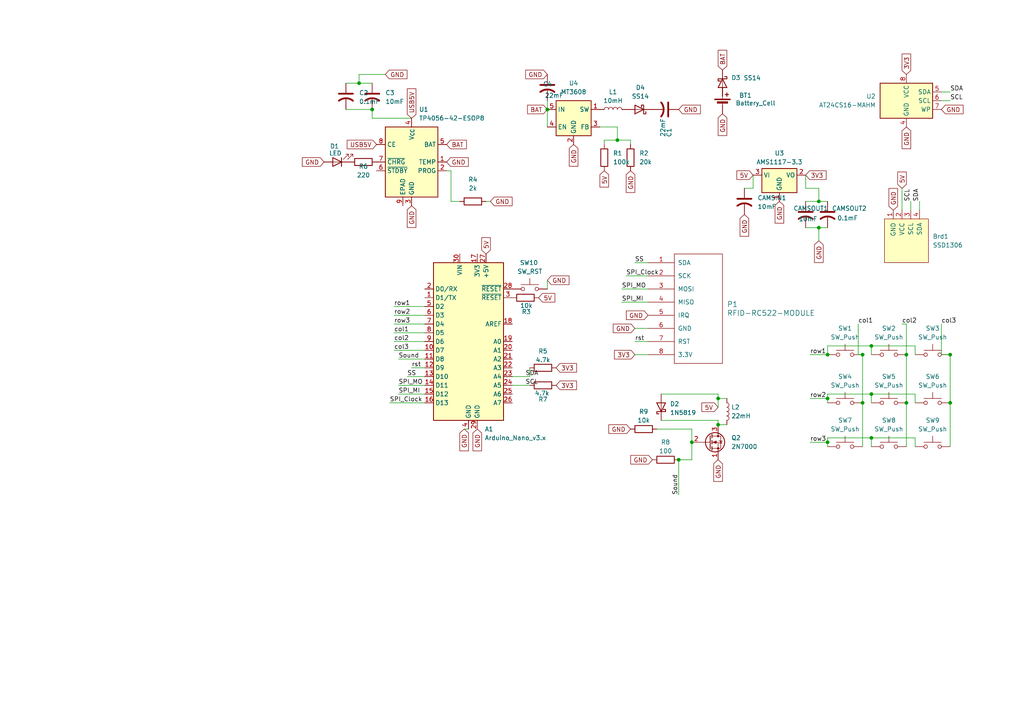
<source format=kicad_sch>
(kicad_sch
	(version 20250114)
	(generator "eeschema")
	(generator_version "9.0")
	(uuid "7bd4d123-9be4-4358-bcf2-1d0880fe1b86")
	(paper "A4")
	(lib_symbols
		(symbol "Battery_Management:TP4056-42-ESOP8"
			(exclude_from_sim no)
			(in_bom yes)
			(on_board yes)
			(property "Reference" "U"
				(at -6.604 11.684 0)
				(effects
					(font
						(size 1.27 1.27)
					)
				)
			)
			(property "Value" "TP4056-42-ESOP8"
				(at 10.16 11.684 0)
				(effects
					(font
						(size 1.27 1.27)
					)
				)
			)
			(property "Footprint" "Package_SO:SOIC-8-1EP_3.9x4.9mm_P1.27mm_EP2.41x3.3mm_ThermalVias"
				(at 0.508 -22.86 0)
				(effects
					(font
						(size 1.27 1.27)
					)
					(hide yes)
				)
			)
			(property "Datasheet" "https://www.lcsc.com/datasheet/lcsc_datasheet_2410121619_TOPPOWER-Nanjing-Extension-Microelectronics-TP4056-42-ESOP8_C16581.pdf"
				(at 0 -25.4 0)
				(effects
					(font
						(size 1.27 1.27)
					)
					(hide yes)
				)
			)
			(property "Description" "1A Standalone Linear Li-ion/LiPo single-cell battery charger, 4.2V ±1% charge voltage, VCC = 4.0..8.0V, SOIC-8 (SOP-8)"
				(at 0.508 -20.32 0)
				(effects
					(font
						(size 1.27 1.27)
					)
					(hide yes)
				)
			)
			(property "ki_keywords" "lithium-ion lithium-polymer Li-Poly"
				(at 0 0 0)
				(effects
					(font
						(size 1.27 1.27)
					)
					(hide yes)
				)
			)
			(property "ki_fp_filters" "*SO*3.9x4.*P1.27mm*EP2.4*x3.3*mm*"
				(at 0 0 0)
				(effects
					(font
						(size 1.27 1.27)
					)
					(hide yes)
				)
			)
			(symbol "TP4056-42-ESOP8_1_0"
				(pin input line
					(at -10.16 5.08 0)
					(length 2.54)
					(name "CE"
						(effects
							(font
								(size 1.27 1.27)
							)
						)
					)
					(number "8"
						(effects
							(font
								(size 1.27 1.27)
							)
						)
					)
				)
				(pin open_collector line
					(at -10.16 0 0)
					(length 2.54)
					(name "~{CHRG}"
						(effects
							(font
								(size 1.27 1.27)
							)
						)
					)
					(number "7"
						(effects
							(font
								(size 1.27 1.27)
							)
						)
					)
				)
				(pin open_collector line
					(at -10.16 -2.54 0)
					(length 2.54)
					(name "~{STDBY}"
						(effects
							(font
								(size 1.27 1.27)
							)
						)
					)
					(number "6"
						(effects
							(font
								(size 1.27 1.27)
							)
						)
					)
				)
				(pin passive line
					(at -2.54 -12.7 90)
					(length 2.54)
					(name "EPAD"
						(effects
							(font
								(size 1.27 1.27)
							)
						)
					)
					(number "9"
						(effects
							(font
								(size 1.27 1.27)
							)
						)
					)
				)
				(pin power_in line
					(at 0 12.7 270)
					(length 2.54)
					(name "V_{CC}"
						(effects
							(font
								(size 1.27 1.27)
							)
						)
					)
					(number "4"
						(effects
							(font
								(size 1.27 1.27)
							)
						)
					)
				)
				(pin power_in line
					(at 0 -12.7 90)
					(length 2.54)
					(name "GND"
						(effects
							(font
								(size 1.27 1.27)
							)
						)
					)
					(number "3"
						(effects
							(font
								(size 1.27 1.27)
							)
						)
					)
				)
				(pin power_out line
					(at 10.16 5.08 180)
					(length 2.54)
					(name "BAT"
						(effects
							(font
								(size 1.27 1.27)
							)
						)
					)
					(number "5"
						(effects
							(font
								(size 1.27 1.27)
							)
						)
					)
				)
				(pin input line
					(at 10.16 0 180)
					(length 2.54)
					(name "TEMP"
						(effects
							(font
								(size 1.27 1.27)
							)
						)
					)
					(number "1"
						(effects
							(font
								(size 1.27 1.27)
							)
						)
					)
				)
				(pin passive line
					(at 10.16 -2.54 180)
					(length 2.54)
					(name "PROG"
						(effects
							(font
								(size 1.27 1.27)
							)
						)
					)
					(number "2"
						(effects
							(font
								(size 1.27 1.27)
							)
						)
					)
				)
			)
			(symbol "TP4056-42-ESOP8_1_1"
				(rectangle
					(start -7.62 10.16)
					(end 7.62 -10.16)
					(stroke
						(width 0.254)
						(type default)
					)
					(fill
						(type background)
					)
				)
			)
			(embedded_fonts no)
		)
		(symbol "Device:Battery_Cell"
			(pin_numbers
				(hide yes)
			)
			(pin_names
				(offset 0)
				(hide yes)
			)
			(exclude_from_sim no)
			(in_bom yes)
			(on_board yes)
			(property "Reference" "BT"
				(at 2.54 2.54 0)
				(effects
					(font
						(size 1.27 1.27)
					)
					(justify left)
				)
			)
			(property "Value" "Battery_Cell"
				(at 2.54 0 0)
				(effects
					(font
						(size 1.27 1.27)
					)
					(justify left)
				)
			)
			(property "Footprint" ""
				(at 0 1.524 90)
				(effects
					(font
						(size 1.27 1.27)
					)
					(hide yes)
				)
			)
			(property "Datasheet" "~"
				(at 0 1.524 90)
				(effects
					(font
						(size 1.27 1.27)
					)
					(hide yes)
				)
			)
			(property "Description" "Single-cell battery"
				(at 0 0 0)
				(effects
					(font
						(size 1.27 1.27)
					)
					(hide yes)
				)
			)
			(property "ki_keywords" "battery cell"
				(at 0 0 0)
				(effects
					(font
						(size 1.27 1.27)
					)
					(hide yes)
				)
			)
			(symbol "Battery_Cell_0_1"
				(rectangle
					(start -2.286 1.778)
					(end 2.286 1.524)
					(stroke
						(width 0)
						(type default)
					)
					(fill
						(type outline)
					)
				)
				(rectangle
					(start -1.524 1.016)
					(end 1.524 0.508)
					(stroke
						(width 0)
						(type default)
					)
					(fill
						(type outline)
					)
				)
				(polyline
					(pts
						(xy 0 1.778) (xy 0 2.54)
					)
					(stroke
						(width 0)
						(type default)
					)
					(fill
						(type none)
					)
				)
				(polyline
					(pts
						(xy 0 0.762) (xy 0 0)
					)
					(stroke
						(width 0)
						(type default)
					)
					(fill
						(type none)
					)
				)
				(polyline
					(pts
						(xy 0.762 3.048) (xy 1.778 3.048)
					)
					(stroke
						(width 0.254)
						(type default)
					)
					(fill
						(type none)
					)
				)
				(polyline
					(pts
						(xy 1.27 3.556) (xy 1.27 2.54)
					)
					(stroke
						(width 0.254)
						(type default)
					)
					(fill
						(type none)
					)
				)
			)
			(symbol "Battery_Cell_1_1"
				(pin passive line
					(at 0 5.08 270)
					(length 2.54)
					(name "+"
						(effects
							(font
								(size 1.27 1.27)
							)
						)
					)
					(number "1"
						(effects
							(font
								(size 1.27 1.27)
							)
						)
					)
				)
				(pin passive line
					(at 0 -2.54 90)
					(length 2.54)
					(name "-"
						(effects
							(font
								(size 1.27 1.27)
							)
						)
					)
					(number "2"
						(effects
							(font
								(size 1.27 1.27)
							)
						)
					)
				)
			)
			(embedded_fonts no)
		)
		(symbol "Device:C_US"
			(pin_numbers
				(hide yes)
			)
			(pin_names
				(offset 0.254)
				(hide yes)
			)
			(exclude_from_sim no)
			(in_bom yes)
			(on_board yes)
			(property "Reference" "C"
				(at 0.635 2.54 0)
				(effects
					(font
						(size 1.27 1.27)
					)
					(justify left)
				)
			)
			(property "Value" "C_US"
				(at 0.635 -2.54 0)
				(effects
					(font
						(size 1.27 1.27)
					)
					(justify left)
				)
			)
			(property "Footprint" ""
				(at 0 0 0)
				(effects
					(font
						(size 1.27 1.27)
					)
					(hide yes)
				)
			)
			(property "Datasheet" ""
				(at 0 0 0)
				(effects
					(font
						(size 1.27 1.27)
					)
					(hide yes)
				)
			)
			(property "Description" "capacitor, US symbol"
				(at 0 0 0)
				(effects
					(font
						(size 1.27 1.27)
					)
					(hide yes)
				)
			)
			(property "ki_keywords" "cap capacitor"
				(at 0 0 0)
				(effects
					(font
						(size 1.27 1.27)
					)
					(hide yes)
				)
			)
			(property "ki_fp_filters" "C_*"
				(at 0 0 0)
				(effects
					(font
						(size 1.27 1.27)
					)
					(hide yes)
				)
			)
			(symbol "C_US_0_1"
				(polyline
					(pts
						(xy -2.032 0.762) (xy 2.032 0.762)
					)
					(stroke
						(width 0.508)
						(type default)
					)
					(fill
						(type none)
					)
				)
				(arc
					(start -2.032 -1.27)
					(mid 0 -0.5572)
					(end 2.032 -1.27)
					(stroke
						(width 0.508)
						(type default)
					)
					(fill
						(type none)
					)
				)
			)
			(symbol "C_US_1_1"
				(pin passive line
					(at 0 3.81 270)
					(length 2.794)
					(name "~"
						(effects
							(font
								(size 1.27 1.27)
							)
						)
					)
					(number "1"
						(effects
							(font
								(size 1.27 1.27)
							)
						)
					)
				)
				(pin passive line
					(at 0 -3.81 90)
					(length 3.302)
					(name "~"
						(effects
							(font
								(size 1.27 1.27)
							)
						)
					)
					(number "2"
						(effects
							(font
								(size 1.27 1.27)
							)
						)
					)
				)
			)
			(embedded_fonts no)
		)
		(symbol "Device:L"
			(pin_numbers
				(hide yes)
			)
			(pin_names
				(offset 1.016)
				(hide yes)
			)
			(exclude_from_sim no)
			(in_bom yes)
			(on_board yes)
			(property "Reference" "L"
				(at -1.27 0 90)
				(effects
					(font
						(size 1.27 1.27)
					)
				)
			)
			(property "Value" "L"
				(at 1.905 0 90)
				(effects
					(font
						(size 1.27 1.27)
					)
				)
			)
			(property "Footprint" ""
				(at 0 0 0)
				(effects
					(font
						(size 1.27 1.27)
					)
					(hide yes)
				)
			)
			(property "Datasheet" "~"
				(at 0 0 0)
				(effects
					(font
						(size 1.27 1.27)
					)
					(hide yes)
				)
			)
			(property "Description" "Inductor"
				(at 0 0 0)
				(effects
					(font
						(size 1.27 1.27)
					)
					(hide yes)
				)
			)
			(property "ki_keywords" "inductor choke coil reactor magnetic"
				(at 0 0 0)
				(effects
					(font
						(size 1.27 1.27)
					)
					(hide yes)
				)
			)
			(property "ki_fp_filters" "Choke_* *Coil* Inductor_* L_*"
				(at 0 0 0)
				(effects
					(font
						(size 1.27 1.27)
					)
					(hide yes)
				)
			)
			(symbol "L_0_1"
				(arc
					(start 0 2.54)
					(mid 0.6323 1.905)
					(end 0 1.27)
					(stroke
						(width 0)
						(type default)
					)
					(fill
						(type none)
					)
				)
				(arc
					(start 0 1.27)
					(mid 0.6323 0.635)
					(end 0 0)
					(stroke
						(width 0)
						(type default)
					)
					(fill
						(type none)
					)
				)
				(arc
					(start 0 0)
					(mid 0.6323 -0.635)
					(end 0 -1.27)
					(stroke
						(width 0)
						(type default)
					)
					(fill
						(type none)
					)
				)
				(arc
					(start 0 -1.27)
					(mid 0.6323 -1.905)
					(end 0 -2.54)
					(stroke
						(width 0)
						(type default)
					)
					(fill
						(type none)
					)
				)
			)
			(symbol "L_1_1"
				(pin passive line
					(at 0 3.81 270)
					(length 1.27)
					(name "1"
						(effects
							(font
								(size 1.27 1.27)
							)
						)
					)
					(number "1"
						(effects
							(font
								(size 1.27 1.27)
							)
						)
					)
				)
				(pin passive line
					(at 0 -3.81 90)
					(length 1.27)
					(name "2"
						(effects
							(font
								(size 1.27 1.27)
							)
						)
					)
					(number "2"
						(effects
							(font
								(size 1.27 1.27)
							)
						)
					)
				)
			)
			(embedded_fonts no)
		)
		(symbol "Device:LED"
			(pin_numbers
				(hide yes)
			)
			(pin_names
				(offset 1.016)
				(hide yes)
			)
			(exclude_from_sim no)
			(in_bom yes)
			(on_board yes)
			(property "Reference" "D"
				(at 0 2.54 0)
				(effects
					(font
						(size 1.27 1.27)
					)
				)
			)
			(property "Value" "LED"
				(at 0 -2.54 0)
				(effects
					(font
						(size 1.27 1.27)
					)
				)
			)
			(property "Footprint" ""
				(at 0 0 0)
				(effects
					(font
						(size 1.27 1.27)
					)
					(hide yes)
				)
			)
			(property "Datasheet" "~"
				(at 0 0 0)
				(effects
					(font
						(size 1.27 1.27)
					)
					(hide yes)
				)
			)
			(property "Description" "Light emitting diode"
				(at 0 0 0)
				(effects
					(font
						(size 1.27 1.27)
					)
					(hide yes)
				)
			)
			(property "Sim.Pins" "1=K 2=A"
				(at 0 0 0)
				(effects
					(font
						(size 1.27 1.27)
					)
					(hide yes)
				)
			)
			(property "ki_keywords" "LED diode"
				(at 0 0 0)
				(effects
					(font
						(size 1.27 1.27)
					)
					(hide yes)
				)
			)
			(property "ki_fp_filters" "LED* LED_SMD:* LED_THT:*"
				(at 0 0 0)
				(effects
					(font
						(size 1.27 1.27)
					)
					(hide yes)
				)
			)
			(symbol "LED_0_1"
				(polyline
					(pts
						(xy -3.048 -0.762) (xy -4.572 -2.286) (xy -3.81 -2.286) (xy -4.572 -2.286) (xy -4.572 -1.524)
					)
					(stroke
						(width 0)
						(type default)
					)
					(fill
						(type none)
					)
				)
				(polyline
					(pts
						(xy -1.778 -0.762) (xy -3.302 -2.286) (xy -2.54 -2.286) (xy -3.302 -2.286) (xy -3.302 -1.524)
					)
					(stroke
						(width 0)
						(type default)
					)
					(fill
						(type none)
					)
				)
				(polyline
					(pts
						(xy -1.27 0) (xy 1.27 0)
					)
					(stroke
						(width 0)
						(type default)
					)
					(fill
						(type none)
					)
				)
				(polyline
					(pts
						(xy -1.27 -1.27) (xy -1.27 1.27)
					)
					(stroke
						(width 0.254)
						(type default)
					)
					(fill
						(type none)
					)
				)
				(polyline
					(pts
						(xy 1.27 -1.27) (xy 1.27 1.27) (xy -1.27 0) (xy 1.27 -1.27)
					)
					(stroke
						(width 0.254)
						(type default)
					)
					(fill
						(type none)
					)
				)
			)
			(symbol "LED_1_1"
				(pin passive line
					(at -3.81 0 0)
					(length 2.54)
					(name "K"
						(effects
							(font
								(size 1.27 1.27)
							)
						)
					)
					(number "1"
						(effects
							(font
								(size 1.27 1.27)
							)
						)
					)
				)
				(pin passive line
					(at 3.81 0 180)
					(length 2.54)
					(name "A"
						(effects
							(font
								(size 1.27 1.27)
							)
						)
					)
					(number "2"
						(effects
							(font
								(size 1.27 1.27)
							)
						)
					)
				)
			)
			(embedded_fonts no)
		)
		(symbol "Device:R"
			(pin_numbers
				(hide yes)
			)
			(pin_names
				(offset 0)
			)
			(exclude_from_sim no)
			(in_bom yes)
			(on_board yes)
			(property "Reference" "R"
				(at 2.032 0 90)
				(effects
					(font
						(size 1.27 1.27)
					)
				)
			)
			(property "Value" "R"
				(at 0 0 90)
				(effects
					(font
						(size 1.27 1.27)
					)
				)
			)
			(property "Footprint" ""
				(at -1.778 0 90)
				(effects
					(font
						(size 1.27 1.27)
					)
					(hide yes)
				)
			)
			(property "Datasheet" "~"
				(at 0 0 0)
				(effects
					(font
						(size 1.27 1.27)
					)
					(hide yes)
				)
			)
			(property "Description" "Resistor"
				(at 0 0 0)
				(effects
					(font
						(size 1.27 1.27)
					)
					(hide yes)
				)
			)
			(property "ki_keywords" "R res resistor"
				(at 0 0 0)
				(effects
					(font
						(size 1.27 1.27)
					)
					(hide yes)
				)
			)
			(property "ki_fp_filters" "R_*"
				(at 0 0 0)
				(effects
					(font
						(size 1.27 1.27)
					)
					(hide yes)
				)
			)
			(symbol "R_0_1"
				(rectangle
					(start -1.016 -2.54)
					(end 1.016 2.54)
					(stroke
						(width 0.254)
						(type default)
					)
					(fill
						(type none)
					)
				)
			)
			(symbol "R_1_1"
				(pin passive line
					(at 0 3.81 270)
					(length 1.27)
					(name "~"
						(effects
							(font
								(size 1.27 1.27)
							)
						)
					)
					(number "1"
						(effects
							(font
								(size 1.27 1.27)
							)
						)
					)
				)
				(pin passive line
					(at 0 -3.81 90)
					(length 1.27)
					(name "~"
						(effects
							(font
								(size 1.27 1.27)
							)
						)
					)
					(number "2"
						(effects
							(font
								(size 1.27 1.27)
							)
						)
					)
				)
			)
			(embedded_fonts no)
		)
		(symbol "Diode:1N5819"
			(pin_numbers
				(hide yes)
			)
			(pin_names
				(offset 1.016)
				(hide yes)
			)
			(exclude_from_sim no)
			(in_bom yes)
			(on_board yes)
			(property "Reference" "D"
				(at 0 2.54 0)
				(effects
					(font
						(size 1.27 1.27)
					)
				)
			)
			(property "Value" "1N5819"
				(at 0 -2.54 0)
				(effects
					(font
						(size 1.27 1.27)
					)
				)
			)
			(property "Footprint" "Diode_THT:D_DO-41_SOD81_P10.16mm_Horizontal"
				(at 0 -4.445 0)
				(effects
					(font
						(size 1.27 1.27)
					)
					(hide yes)
				)
			)
			(property "Datasheet" "http://www.vishay.com/docs/88525/1n5817.pdf"
				(at 0 0 0)
				(effects
					(font
						(size 1.27 1.27)
					)
					(hide yes)
				)
			)
			(property "Description" "40V 1A Schottky Barrier Rectifier Diode, DO-41"
				(at 0 0 0)
				(effects
					(font
						(size 1.27 1.27)
					)
					(hide yes)
				)
			)
			(property "ki_keywords" "diode Schottky"
				(at 0 0 0)
				(effects
					(font
						(size 1.27 1.27)
					)
					(hide yes)
				)
			)
			(property "ki_fp_filters" "D*DO?41*"
				(at 0 0 0)
				(effects
					(font
						(size 1.27 1.27)
					)
					(hide yes)
				)
			)
			(symbol "1N5819_0_1"
				(polyline
					(pts
						(xy -1.905 0.635) (xy -1.905 1.27) (xy -1.27 1.27) (xy -1.27 -1.27) (xy -0.635 -1.27) (xy -0.635 -0.635)
					)
					(stroke
						(width 0.254)
						(type default)
					)
					(fill
						(type none)
					)
				)
				(polyline
					(pts
						(xy 1.27 1.27) (xy 1.27 -1.27) (xy -1.27 0) (xy 1.27 1.27)
					)
					(stroke
						(width 0.254)
						(type default)
					)
					(fill
						(type none)
					)
				)
				(polyline
					(pts
						(xy 1.27 0) (xy -1.27 0)
					)
					(stroke
						(width 0)
						(type default)
					)
					(fill
						(type none)
					)
				)
			)
			(symbol "1N5819_1_1"
				(pin passive line
					(at -3.81 0 0)
					(length 2.54)
					(name "K"
						(effects
							(font
								(size 1.27 1.27)
							)
						)
					)
					(number "1"
						(effects
							(font
								(size 1.27 1.27)
							)
						)
					)
				)
				(pin passive line
					(at 3.81 0 180)
					(length 2.54)
					(name "A"
						(effects
							(font
								(size 1.27 1.27)
							)
						)
					)
					(number "2"
						(effects
							(font
								(size 1.27 1.27)
							)
						)
					)
				)
			)
			(embedded_fonts no)
		)
		(symbol "Diode:SS14"
			(pin_numbers
				(hide yes)
			)
			(pin_names
				(offset 1.016)
				(hide yes)
			)
			(exclude_from_sim no)
			(in_bom yes)
			(on_board yes)
			(property "Reference" "D"
				(at 0 2.54 0)
				(effects
					(font
						(size 1.27 1.27)
					)
				)
			)
			(property "Value" "SS14"
				(at 0 -2.54 0)
				(effects
					(font
						(size 1.27 1.27)
					)
				)
			)
			(property "Footprint" "Diode_SMD:D_SMA"
				(at 0 -4.445 0)
				(effects
					(font
						(size 1.27 1.27)
					)
					(hide yes)
				)
			)
			(property "Datasheet" "https://www.vishay.com/docs/88746/ss12.pdf"
				(at 0 0 0)
				(effects
					(font
						(size 1.27 1.27)
					)
					(hide yes)
				)
			)
			(property "Description" "40V 1A Schottky Diode, SMA"
				(at 0 0 0)
				(effects
					(font
						(size 1.27 1.27)
					)
					(hide yes)
				)
			)
			(property "ki_keywords" "diode Schottky"
				(at 0 0 0)
				(effects
					(font
						(size 1.27 1.27)
					)
					(hide yes)
				)
			)
			(property "ki_fp_filters" "D*SMA*"
				(at 0 0 0)
				(effects
					(font
						(size 1.27 1.27)
					)
					(hide yes)
				)
			)
			(symbol "SS14_0_1"
				(polyline
					(pts
						(xy -1.905 0.635) (xy -1.905 1.27) (xy -1.27 1.27) (xy -1.27 -1.27) (xy -0.635 -1.27) (xy -0.635 -0.635)
					)
					(stroke
						(width 0.254)
						(type default)
					)
					(fill
						(type none)
					)
				)
				(polyline
					(pts
						(xy 1.27 1.27) (xy 1.27 -1.27) (xy -1.27 0) (xy 1.27 1.27)
					)
					(stroke
						(width 0.254)
						(type default)
					)
					(fill
						(type none)
					)
				)
				(polyline
					(pts
						(xy 1.27 0) (xy -1.27 0)
					)
					(stroke
						(width 0)
						(type default)
					)
					(fill
						(type none)
					)
				)
			)
			(symbol "SS14_1_1"
				(pin passive line
					(at -3.81 0 0)
					(length 2.54)
					(name "K"
						(effects
							(font
								(size 1.27 1.27)
							)
						)
					)
					(number "1"
						(effects
							(font
								(size 1.27 1.27)
							)
						)
					)
				)
				(pin passive line
					(at 3.81 0 180)
					(length 2.54)
					(name "A"
						(effects
							(font
								(size 1.27 1.27)
							)
						)
					)
					(number "2"
						(effects
							(font
								(size 1.27 1.27)
							)
						)
					)
				)
			)
			(embedded_fonts no)
		)
		(symbol "MCU_Module:Arduino_Nano_v3.x"
			(exclude_from_sim no)
			(in_bom yes)
			(on_board yes)
			(property "Reference" "A"
				(at -10.16 23.495 0)
				(effects
					(font
						(size 1.27 1.27)
					)
					(justify left bottom)
				)
			)
			(property "Value" "Arduino_Nano_v3.x"
				(at 5.08 -24.13 0)
				(effects
					(font
						(size 1.27 1.27)
					)
					(justify left top)
				)
			)
			(property "Footprint" "Module:Arduino_Nano"
				(at 0 0 0)
				(effects
					(font
						(size 1.27 1.27)
						(italic yes)
					)
					(hide yes)
				)
			)
			(property "Datasheet" "http://www.mouser.com/pdfdocs/Gravitech_Arduino_Nano3_0.pdf"
				(at 0 0 0)
				(effects
					(font
						(size 1.27 1.27)
					)
					(hide yes)
				)
			)
			(property "Description" "Arduino Nano v3.x"
				(at 0 0 0)
				(effects
					(font
						(size 1.27 1.27)
					)
					(hide yes)
				)
			)
			(property "ki_keywords" "Arduino nano microcontroller module USB"
				(at 0 0 0)
				(effects
					(font
						(size 1.27 1.27)
					)
					(hide yes)
				)
			)
			(property "ki_fp_filters" "Arduino*Nano*"
				(at 0 0 0)
				(effects
					(font
						(size 1.27 1.27)
					)
					(hide yes)
				)
			)
			(symbol "Arduino_Nano_v3.x_0_1"
				(rectangle
					(start -10.16 22.86)
					(end 10.16 -22.86)
					(stroke
						(width 0.254)
						(type default)
					)
					(fill
						(type background)
					)
				)
			)
			(symbol "Arduino_Nano_v3.x_1_1"
				(pin bidirectional line
					(at -12.7 15.24 0)
					(length 2.54)
					(name "D0/RX"
						(effects
							(font
								(size 1.27 1.27)
							)
						)
					)
					(number "2"
						(effects
							(font
								(size 1.27 1.27)
							)
						)
					)
				)
				(pin bidirectional line
					(at -12.7 12.7 0)
					(length 2.54)
					(name "D1/TX"
						(effects
							(font
								(size 1.27 1.27)
							)
						)
					)
					(number "1"
						(effects
							(font
								(size 1.27 1.27)
							)
						)
					)
				)
				(pin bidirectional line
					(at -12.7 10.16 0)
					(length 2.54)
					(name "D2"
						(effects
							(font
								(size 1.27 1.27)
							)
						)
					)
					(number "5"
						(effects
							(font
								(size 1.27 1.27)
							)
						)
					)
				)
				(pin bidirectional line
					(at -12.7 7.62 0)
					(length 2.54)
					(name "D3"
						(effects
							(font
								(size 1.27 1.27)
							)
						)
					)
					(number "6"
						(effects
							(font
								(size 1.27 1.27)
							)
						)
					)
				)
				(pin bidirectional line
					(at -12.7 5.08 0)
					(length 2.54)
					(name "D4"
						(effects
							(font
								(size 1.27 1.27)
							)
						)
					)
					(number "7"
						(effects
							(font
								(size 1.27 1.27)
							)
						)
					)
				)
				(pin bidirectional line
					(at -12.7 2.54 0)
					(length 2.54)
					(name "D5"
						(effects
							(font
								(size 1.27 1.27)
							)
						)
					)
					(number "8"
						(effects
							(font
								(size 1.27 1.27)
							)
						)
					)
				)
				(pin bidirectional line
					(at -12.7 0 0)
					(length 2.54)
					(name "D6"
						(effects
							(font
								(size 1.27 1.27)
							)
						)
					)
					(number "9"
						(effects
							(font
								(size 1.27 1.27)
							)
						)
					)
				)
				(pin bidirectional line
					(at -12.7 -2.54 0)
					(length 2.54)
					(name "D7"
						(effects
							(font
								(size 1.27 1.27)
							)
						)
					)
					(number "10"
						(effects
							(font
								(size 1.27 1.27)
							)
						)
					)
				)
				(pin bidirectional line
					(at -12.7 -5.08 0)
					(length 2.54)
					(name "D8"
						(effects
							(font
								(size 1.27 1.27)
							)
						)
					)
					(number "11"
						(effects
							(font
								(size 1.27 1.27)
							)
						)
					)
				)
				(pin bidirectional line
					(at -12.7 -7.62 0)
					(length 2.54)
					(name "D9"
						(effects
							(font
								(size 1.27 1.27)
							)
						)
					)
					(number "12"
						(effects
							(font
								(size 1.27 1.27)
							)
						)
					)
				)
				(pin bidirectional line
					(at -12.7 -10.16 0)
					(length 2.54)
					(name "D10"
						(effects
							(font
								(size 1.27 1.27)
							)
						)
					)
					(number "13"
						(effects
							(font
								(size 1.27 1.27)
							)
						)
					)
				)
				(pin bidirectional line
					(at -12.7 -12.7 0)
					(length 2.54)
					(name "D11"
						(effects
							(font
								(size 1.27 1.27)
							)
						)
					)
					(number "14"
						(effects
							(font
								(size 1.27 1.27)
							)
						)
					)
				)
				(pin bidirectional line
					(at -12.7 -15.24 0)
					(length 2.54)
					(name "D12"
						(effects
							(font
								(size 1.27 1.27)
							)
						)
					)
					(number "15"
						(effects
							(font
								(size 1.27 1.27)
							)
						)
					)
				)
				(pin bidirectional line
					(at -12.7 -17.78 0)
					(length 2.54)
					(name "D13"
						(effects
							(font
								(size 1.27 1.27)
							)
						)
					)
					(number "16"
						(effects
							(font
								(size 1.27 1.27)
							)
						)
					)
				)
				(pin power_in line
					(at -2.54 25.4 270)
					(length 2.54)
					(name "VIN"
						(effects
							(font
								(size 1.27 1.27)
							)
						)
					)
					(number "30"
						(effects
							(font
								(size 1.27 1.27)
							)
						)
					)
				)
				(pin power_in line
					(at 0 -25.4 90)
					(length 2.54)
					(name "GND"
						(effects
							(font
								(size 1.27 1.27)
							)
						)
					)
					(number "4"
						(effects
							(font
								(size 1.27 1.27)
							)
						)
					)
				)
				(pin power_out line
					(at 2.54 25.4 270)
					(length 2.54)
					(name "3V3"
						(effects
							(font
								(size 1.27 1.27)
							)
						)
					)
					(number "17"
						(effects
							(font
								(size 1.27 1.27)
							)
						)
					)
				)
				(pin power_in line
					(at 2.54 -25.4 90)
					(length 2.54)
					(name "GND"
						(effects
							(font
								(size 1.27 1.27)
							)
						)
					)
					(number "29"
						(effects
							(font
								(size 1.27 1.27)
							)
						)
					)
				)
				(pin power_out line
					(at 5.08 25.4 270)
					(length 2.54)
					(name "+5V"
						(effects
							(font
								(size 1.27 1.27)
							)
						)
					)
					(number "27"
						(effects
							(font
								(size 1.27 1.27)
							)
						)
					)
				)
				(pin input line
					(at 12.7 15.24 180)
					(length 2.54)
					(name "~{RESET}"
						(effects
							(font
								(size 1.27 1.27)
							)
						)
					)
					(number "28"
						(effects
							(font
								(size 1.27 1.27)
							)
						)
					)
				)
				(pin input line
					(at 12.7 12.7 180)
					(length 2.54)
					(name "~{RESET}"
						(effects
							(font
								(size 1.27 1.27)
							)
						)
					)
					(number "3"
						(effects
							(font
								(size 1.27 1.27)
							)
						)
					)
				)
				(pin input line
					(at 12.7 5.08 180)
					(length 2.54)
					(name "AREF"
						(effects
							(font
								(size 1.27 1.27)
							)
						)
					)
					(number "18"
						(effects
							(font
								(size 1.27 1.27)
							)
						)
					)
				)
				(pin bidirectional line
					(at 12.7 0 180)
					(length 2.54)
					(name "A0"
						(effects
							(font
								(size 1.27 1.27)
							)
						)
					)
					(number "19"
						(effects
							(font
								(size 1.27 1.27)
							)
						)
					)
				)
				(pin bidirectional line
					(at 12.7 -2.54 180)
					(length 2.54)
					(name "A1"
						(effects
							(font
								(size 1.27 1.27)
							)
						)
					)
					(number "20"
						(effects
							(font
								(size 1.27 1.27)
							)
						)
					)
				)
				(pin bidirectional line
					(at 12.7 -5.08 180)
					(length 2.54)
					(name "A2"
						(effects
							(font
								(size 1.27 1.27)
							)
						)
					)
					(number "21"
						(effects
							(font
								(size 1.27 1.27)
							)
						)
					)
				)
				(pin bidirectional line
					(at 12.7 -7.62 180)
					(length 2.54)
					(name "A3"
						(effects
							(font
								(size 1.27 1.27)
							)
						)
					)
					(number "22"
						(effects
							(font
								(size 1.27 1.27)
							)
						)
					)
				)
				(pin bidirectional line
					(at 12.7 -10.16 180)
					(length 2.54)
					(name "A4"
						(effects
							(font
								(size 1.27 1.27)
							)
						)
					)
					(number "23"
						(effects
							(font
								(size 1.27 1.27)
							)
						)
					)
				)
				(pin bidirectional line
					(at 12.7 -12.7 180)
					(length 2.54)
					(name "A5"
						(effects
							(font
								(size 1.27 1.27)
							)
						)
					)
					(number "24"
						(effects
							(font
								(size 1.27 1.27)
							)
						)
					)
				)
				(pin bidirectional line
					(at 12.7 -15.24 180)
					(length 2.54)
					(name "A6"
						(effects
							(font
								(size 1.27 1.27)
							)
						)
					)
					(number "25"
						(effects
							(font
								(size 1.27 1.27)
							)
						)
					)
				)
				(pin bidirectional line
					(at 12.7 -17.78 180)
					(length 2.54)
					(name "A7"
						(effects
							(font
								(size 1.27 1.27)
							)
						)
					)
					(number "26"
						(effects
							(font
								(size 1.27 1.27)
							)
						)
					)
				)
			)
			(embedded_fonts no)
		)
		(symbol "Memory_EEPROM:AT24CS16-MAHM"
			(exclude_from_sim no)
			(in_bom yes)
			(on_board yes)
			(property "Reference" "U"
				(at -7.62 6.35 0)
				(effects
					(font
						(size 1.27 1.27)
					)
				)
			)
			(property "Value" "AT24CS16-MAHM"
				(at 2.54 -6.35 0)
				(effects
					(font
						(size 1.27 1.27)
					)
					(justify left)
				)
			)
			(property "Footprint" "Package_DFN_QFN:DFN-8-1EP_3x2mm_P0.5mm_EP1.3x1.5mm"
				(at 0 0 0)
				(effects
					(font
						(size 1.27 1.27)
					)
					(hide yes)
				)
			)
			(property "Datasheet" "http://ww1.microchip.com/downloads/en/DeviceDoc/Atmel-8859-SEEPROM-AT24CS16-Datasheet.pdf"
				(at 0 0 0)
				(effects
					(font
						(size 1.27 1.27)
					)
					(hide yes)
				)
			)
			(property "Description" "I2C Serial EEPROM, 16Kb (2048x8) with Unique Serial Number, UDFN8"
				(at 0 0 0)
				(effects
					(font
						(size 1.27 1.27)
					)
					(hide yes)
				)
			)
			(property "ki_keywords" "I2C Serial EEPROM Nonvolatile Memory"
				(at 0 0 0)
				(effects
					(font
						(size 1.27 1.27)
					)
					(hide yes)
				)
			)
			(property "ki_fp_filters" "DFN*3x2mm*P0.5mm*"
				(at 0 0 0)
				(effects
					(font
						(size 1.27 1.27)
					)
					(hide yes)
				)
			)
			(symbol "AT24CS16-MAHM_1_1"
				(rectangle
					(start -7.62 5.08)
					(end 7.62 -5.08)
					(stroke
						(width 0.254)
						(type default)
					)
					(fill
						(type background)
					)
				)
				(pin no_connect line
					(at -7.62 2.54 0)
					(length 2.54)
					(hide yes)
					(name "NC"
						(effects
							(font
								(size 1.27 1.27)
							)
						)
					)
					(number "1"
						(effects
							(font
								(size 1.27 1.27)
							)
						)
					)
				)
				(pin no_connect line
					(at -7.62 0 0)
					(length 2.54)
					(hide yes)
					(name "NC"
						(effects
							(font
								(size 1.27 1.27)
							)
						)
					)
					(number "2"
						(effects
							(font
								(size 1.27 1.27)
							)
						)
					)
				)
				(pin no_connect line
					(at -7.62 -2.54 0)
					(length 2.54)
					(hide yes)
					(name "NC"
						(effects
							(font
								(size 1.27 1.27)
							)
						)
					)
					(number "3"
						(effects
							(font
								(size 1.27 1.27)
							)
						)
					)
				)
				(pin no_connect line
					(at -2.54 -5.08 90)
					(length 2.54)
					(hide yes)
					(name "NC"
						(effects
							(font
								(size 1.27 1.27)
							)
						)
					)
					(number "9"
						(effects
							(font
								(size 1.27 1.27)
							)
						)
					)
				)
				(pin power_in line
					(at 0 7.62 270)
					(length 2.54)
					(name "VCC"
						(effects
							(font
								(size 1.27 1.27)
							)
						)
					)
					(number "8"
						(effects
							(font
								(size 1.27 1.27)
							)
						)
					)
				)
				(pin power_in line
					(at 0 -7.62 90)
					(length 2.54)
					(name "GND"
						(effects
							(font
								(size 1.27 1.27)
							)
						)
					)
					(number "4"
						(effects
							(font
								(size 1.27 1.27)
							)
						)
					)
				)
				(pin bidirectional line
					(at 10.16 2.54 180)
					(length 2.54)
					(name "SDA"
						(effects
							(font
								(size 1.27 1.27)
							)
						)
					)
					(number "5"
						(effects
							(font
								(size 1.27 1.27)
							)
						)
					)
				)
				(pin input line
					(at 10.16 0 180)
					(length 2.54)
					(name "SCL"
						(effects
							(font
								(size 1.27 1.27)
							)
						)
					)
					(number "6"
						(effects
							(font
								(size 1.27 1.27)
							)
						)
					)
				)
				(pin input line
					(at 10.16 -2.54 180)
					(length 2.54)
					(name "WP"
						(effects
							(font
								(size 1.27 1.27)
							)
						)
					)
					(number "7"
						(effects
							(font
								(size 1.27 1.27)
							)
						)
					)
				)
			)
			(embedded_fonts no)
		)
		(symbol "Regulator_Linear:AMS1117-3.3"
			(exclude_from_sim no)
			(in_bom yes)
			(on_board yes)
			(property "Reference" "U"
				(at -3.81 3.175 0)
				(effects
					(font
						(size 1.27 1.27)
					)
				)
			)
			(property "Value" "AMS1117-3.3"
				(at 0 3.175 0)
				(effects
					(font
						(size 1.27 1.27)
					)
					(justify left)
				)
			)
			(property "Footprint" "Package_TO_SOT_SMD:SOT-223-3_TabPin2"
				(at 0 5.08 0)
				(effects
					(font
						(size 1.27 1.27)
					)
					(hide yes)
				)
			)
			(property "Datasheet" "http://www.advanced-monolithic.com/pdf/ds1117.pdf"
				(at 2.54 -6.35 0)
				(effects
					(font
						(size 1.27 1.27)
					)
					(hide yes)
				)
			)
			(property "Description" "1A Low Dropout regulator, positive, 3.3V fixed output, SOT-223"
				(at 0 0 0)
				(effects
					(font
						(size 1.27 1.27)
					)
					(hide yes)
				)
			)
			(property "ki_keywords" "linear regulator ldo fixed positive"
				(at 0 0 0)
				(effects
					(font
						(size 1.27 1.27)
					)
					(hide yes)
				)
			)
			(property "ki_fp_filters" "SOT?223*TabPin2*"
				(at 0 0 0)
				(effects
					(font
						(size 1.27 1.27)
					)
					(hide yes)
				)
			)
			(symbol "AMS1117-3.3_0_1"
				(rectangle
					(start -5.08 -5.08)
					(end 5.08 1.905)
					(stroke
						(width 0.254)
						(type default)
					)
					(fill
						(type background)
					)
				)
			)
			(symbol "AMS1117-3.3_1_1"
				(pin power_in line
					(at -7.62 0 0)
					(length 2.54)
					(name "VI"
						(effects
							(font
								(size 1.27 1.27)
							)
						)
					)
					(number "3"
						(effects
							(font
								(size 1.27 1.27)
							)
						)
					)
				)
				(pin power_in line
					(at 0 -7.62 90)
					(length 2.54)
					(name "GND"
						(effects
							(font
								(size 1.27 1.27)
							)
						)
					)
					(number "1"
						(effects
							(font
								(size 1.27 1.27)
							)
						)
					)
				)
				(pin power_out line
					(at 7.62 0 180)
					(length 2.54)
					(name "VO"
						(effects
							(font
								(size 1.27 1.27)
							)
						)
					)
					(number "2"
						(effects
							(font
								(size 1.27 1.27)
							)
						)
					)
				)
			)
			(embedded_fonts no)
		)
		(symbol "Regulator_Switching:MT3608"
			(exclude_from_sim no)
			(in_bom yes)
			(on_board yes)
			(property "Reference" "U"
				(at -2.54 8.89 0)
				(effects
					(font
						(size 1.27 1.27)
					)
					(justify left)
				)
			)
			(property "Value" "MT3608"
				(at -3.81 6.35 0)
				(effects
					(font
						(size 1.27 1.27)
					)
					(justify left)
				)
			)
			(property "Footprint" "Package_TO_SOT_SMD:SOT-23-6"
				(at 1.27 -6.35 0)
				(effects
					(font
						(size 1.27 1.27)
						(italic yes)
					)
					(justify left)
					(hide yes)
				)
			)
			(property "Datasheet" "https://www.olimex.com/Products/Breadboarding/BB-PWR-3608/resources/MT3608.pdf"
				(at -6.35 11.43 0)
				(effects
					(font
						(size 1.27 1.27)
					)
					(hide yes)
				)
			)
			(property "Description" "High Efficiency 1.2MHz 2A Step Up Converter, 2-24V Vin, 28V Vout, 4A current limit, 1.2MHz, SOT23-6"
				(at 0 0 0)
				(effects
					(font
						(size 1.27 1.27)
					)
					(hide yes)
				)
			)
			(property "ki_keywords" "Step-Up Boost DC-DC Regulator Adjustable"
				(at 0 0 0)
				(effects
					(font
						(size 1.27 1.27)
					)
					(hide yes)
				)
			)
			(property "ki_fp_filters" "SOT*23*"
				(at 0 0 0)
				(effects
					(font
						(size 1.27 1.27)
					)
					(hide yes)
				)
			)
			(symbol "MT3608_0_1"
				(rectangle
					(start -5.08 5.08)
					(end 5.08 -5.08)
					(stroke
						(width 0.254)
						(type default)
					)
					(fill
						(type background)
					)
				)
			)
			(symbol "MT3608_1_1"
				(pin power_in line
					(at -7.62 2.54 0)
					(length 2.54)
					(name "IN"
						(effects
							(font
								(size 1.27 1.27)
							)
						)
					)
					(number "5"
						(effects
							(font
								(size 1.27 1.27)
							)
						)
					)
				)
				(pin input line
					(at -7.62 -2.54 0)
					(length 2.54)
					(name "EN"
						(effects
							(font
								(size 1.27 1.27)
							)
						)
					)
					(number "4"
						(effects
							(font
								(size 1.27 1.27)
							)
						)
					)
				)
				(pin power_in line
					(at 0 -7.62 90)
					(length 2.54)
					(name "GND"
						(effects
							(font
								(size 1.27 1.27)
							)
						)
					)
					(number "2"
						(effects
							(font
								(size 1.27 1.27)
							)
						)
					)
				)
				(pin no_connect line
					(at 5.08 0 180)
					(length 2.54)
					(hide yes)
					(name "NC"
						(effects
							(font
								(size 1.27 1.27)
							)
						)
					)
					(number "6"
						(effects
							(font
								(size 1.27 1.27)
							)
						)
					)
				)
				(pin passive line
					(at 7.62 2.54 180)
					(length 2.54)
					(name "SW"
						(effects
							(font
								(size 1.27 1.27)
							)
						)
					)
					(number "1"
						(effects
							(font
								(size 1.27 1.27)
							)
						)
					)
				)
				(pin input line
					(at 7.62 -2.54 180)
					(length 2.54)
					(name "FB"
						(effects
							(font
								(size 1.27 1.27)
							)
						)
					)
					(number "3"
						(effects
							(font
								(size 1.27 1.27)
							)
						)
					)
				)
			)
			(embedded_fonts no)
		)
		(symbol "SSD1306-128x64_OLED:SSD1306"
			(pin_names
				(offset 1.016)
			)
			(exclude_from_sim no)
			(in_bom yes)
			(on_board yes)
			(property "Reference" "Brd"
				(at 0 -3.81 0)
				(effects
					(font
						(size 1.27 1.27)
					)
				)
			)
			(property "Value" "SSD1306"
				(at 0 -1.27 0)
				(effects
					(font
						(size 1.27 1.27)
					)
				)
			)
			(property "Footprint" ""
				(at 0 6.35 0)
				(effects
					(font
						(size 1.27 1.27)
					)
					(hide yes)
				)
			)
			(property "Datasheet" ""
				(at 0 6.35 0)
				(effects
					(font
						(size 1.27 1.27)
					)
					(hide yes)
				)
			)
			(property "Description" ""
				(at 0 0 0)
				(effects
					(font
						(size 1.27 1.27)
					)
					(hide yes)
				)
			)
			(property "ki_fp_filters" "SSD1306-128x64_OLED:SSD1306"
				(at 0 0 0)
				(effects
					(font
						(size 1.27 1.27)
					)
					(hide yes)
				)
			)
			(symbol "SSD1306_0_1"
				(rectangle
					(start -6.35 6.35)
					(end 6.35 -6.35)
					(stroke
						(width 0)
						(type solid)
					)
					(fill
						(type background)
					)
				)
			)
			(symbol "SSD1306_1_1"
				(pin input line
					(at -3.81 8.89 270)
					(length 2.54)
					(name "GND"
						(effects
							(font
								(size 1.27 1.27)
							)
						)
					)
					(number "1"
						(effects
							(font
								(size 1.27 1.27)
							)
						)
					)
				)
				(pin input line
					(at -1.27 8.89 270)
					(length 2.54)
					(name "VCC"
						(effects
							(font
								(size 1.27 1.27)
							)
						)
					)
					(number "2"
						(effects
							(font
								(size 1.27 1.27)
							)
						)
					)
				)
				(pin input line
					(at 1.27 8.89 270)
					(length 2.54)
					(name "SCL"
						(effects
							(font
								(size 1.27 1.27)
							)
						)
					)
					(number "3"
						(effects
							(font
								(size 1.27 1.27)
							)
						)
					)
				)
				(pin input line
					(at 3.81 8.89 270)
					(length 2.54)
					(name "SDA"
						(effects
							(font
								(size 1.27 1.27)
							)
						)
					)
					(number "4"
						(effects
							(font
								(size 1.27 1.27)
							)
						)
					)
				)
			)
			(embedded_fonts no)
		)
		(symbol "Switch:SW_Push"
			(pin_numbers
				(hide yes)
			)
			(pin_names
				(offset 1.016)
				(hide yes)
			)
			(exclude_from_sim no)
			(in_bom yes)
			(on_board yes)
			(property "Reference" "SW"
				(at 1.27 2.54 0)
				(effects
					(font
						(size 1.27 1.27)
					)
					(justify left)
				)
			)
			(property "Value" "SW_Push"
				(at 0 -1.524 0)
				(effects
					(font
						(size 1.27 1.27)
					)
				)
			)
			(property "Footprint" ""
				(at 0 5.08 0)
				(effects
					(font
						(size 1.27 1.27)
					)
					(hide yes)
				)
			)
			(property "Datasheet" "~"
				(at 0 5.08 0)
				(effects
					(font
						(size 1.27 1.27)
					)
					(hide yes)
				)
			)
			(property "Description" "Push button switch, generic, two pins"
				(at 0 0 0)
				(effects
					(font
						(size 1.27 1.27)
					)
					(hide yes)
				)
			)
			(property "ki_keywords" "switch normally-open pushbutton push-button"
				(at 0 0 0)
				(effects
					(font
						(size 1.27 1.27)
					)
					(hide yes)
				)
			)
			(symbol "SW_Push_0_1"
				(circle
					(center -2.032 0)
					(radius 0.508)
					(stroke
						(width 0)
						(type default)
					)
					(fill
						(type none)
					)
				)
				(polyline
					(pts
						(xy 0 1.27) (xy 0 3.048)
					)
					(stroke
						(width 0)
						(type default)
					)
					(fill
						(type none)
					)
				)
				(circle
					(center 2.032 0)
					(radius 0.508)
					(stroke
						(width 0)
						(type default)
					)
					(fill
						(type none)
					)
				)
				(polyline
					(pts
						(xy 2.54 1.27) (xy -2.54 1.27)
					)
					(stroke
						(width 0)
						(type default)
					)
					(fill
						(type none)
					)
				)
				(pin passive line
					(at -5.08 0 0)
					(length 2.54)
					(name "1"
						(effects
							(font
								(size 1.27 1.27)
							)
						)
					)
					(number "1"
						(effects
							(font
								(size 1.27 1.27)
							)
						)
					)
				)
				(pin passive line
					(at 5.08 0 180)
					(length 2.54)
					(name "2"
						(effects
							(font
								(size 1.27 1.27)
							)
						)
					)
					(number "2"
						(effects
							(font
								(size 1.27 1.27)
							)
						)
					)
				)
			)
			(embedded_fonts no)
		)
		(symbol "Transistor_FET1:2N7000"
			(pin_names
				(hide yes)
			)
			(exclude_from_sim no)
			(in_bom yes)
			(on_board yes)
			(property "Reference" "Q"
				(at 5.08 1.905 0)
				(effects
					(font
						(size 1.27 1.27)
					)
					(justify left)
				)
			)
			(property "Value" "2N7000"
				(at 5.08 0 0)
				(effects
					(font
						(size 1.27 1.27)
					)
					(justify left)
				)
			)
			(property "Footprint" "Package_TO_SOT_THT:TO-92_Inline"
				(at 5.08 -1.905 0)
				(effects
					(font
						(size 1.27 1.27)
						(italic yes)
					)
					(justify left)
					(hide yes)
				)
			)
			(property "Datasheet" ""
				(at 0 0 0)
				(effects
					(font
						(size 1.27 1.27)
					)
					(justify left)
					(hide yes)
				)
			)
			(property "Description" ""
				(at 0 0 0)
				(effects
					(font
						(size 1.27 1.27)
					)
					(hide yes)
				)
			)
			(property "ki_fp_filters" "TO?92*"
				(at 0 0 0)
				(effects
					(font
						(size 1.27 1.27)
					)
					(hide yes)
				)
			)
			(symbol "2N7000_0_1"
				(polyline
					(pts
						(xy 0.254 1.905) (xy 0.254 -1.905)
					)
					(stroke
						(width 0.254)
						(type solid)
					)
					(fill
						(type none)
					)
				)
				(polyline
					(pts
						(xy 0.254 0) (xy -2.54 0)
					)
					(stroke
						(width 0)
						(type solid)
					)
					(fill
						(type none)
					)
				)
				(polyline
					(pts
						(xy 0.762 2.286) (xy 0.762 1.27)
					)
					(stroke
						(width 0.254)
						(type solid)
					)
					(fill
						(type none)
					)
				)
				(polyline
					(pts
						(xy 0.762 0.508) (xy 0.762 -0.508)
					)
					(stroke
						(width 0.254)
						(type solid)
					)
					(fill
						(type none)
					)
				)
				(polyline
					(pts
						(xy 0.762 -1.27) (xy 0.762 -2.286)
					)
					(stroke
						(width 0.254)
						(type solid)
					)
					(fill
						(type none)
					)
				)
				(polyline
					(pts
						(xy 0.762 -1.778) (xy 3.302 -1.778) (xy 3.302 1.778) (xy 0.762 1.778)
					)
					(stroke
						(width 0)
						(type solid)
					)
					(fill
						(type none)
					)
				)
				(polyline
					(pts
						(xy 1.016 0) (xy 2.032 0.381) (xy 2.032 -0.381) (xy 1.016 0)
					)
					(stroke
						(width 0)
						(type solid)
					)
					(fill
						(type outline)
					)
				)
				(circle
					(center 1.651 0)
					(radius 2.794)
					(stroke
						(width 0.254)
						(type solid)
					)
					(fill
						(type none)
					)
				)
				(polyline
					(pts
						(xy 2.54 2.54) (xy 2.54 1.778)
					)
					(stroke
						(width 0)
						(type solid)
					)
					(fill
						(type none)
					)
				)
				(circle
					(center 2.54 1.778)
					(radius 0.254)
					(stroke
						(width 0)
						(type solid)
					)
					(fill
						(type outline)
					)
				)
				(circle
					(center 2.54 -1.778)
					(radius 0.254)
					(stroke
						(width 0)
						(type solid)
					)
					(fill
						(type outline)
					)
				)
				(polyline
					(pts
						(xy 2.54 -2.54) (xy 2.54 0) (xy 0.762 0)
					)
					(stroke
						(width 0)
						(type solid)
					)
					(fill
						(type none)
					)
				)
				(polyline
					(pts
						(xy 2.794 0.508) (xy 2.921 0.381) (xy 3.683 0.381) (xy 3.81 0.254)
					)
					(stroke
						(width 0)
						(type solid)
					)
					(fill
						(type none)
					)
				)
				(polyline
					(pts
						(xy 3.302 0.381) (xy 2.921 -0.254) (xy 3.683 -0.254) (xy 3.302 0.381)
					)
					(stroke
						(width 0)
						(type solid)
					)
					(fill
						(type none)
					)
				)
			)
			(symbol "2N7000_1_1"
				(pin input line
					(at -5.08 0 0)
					(length 2.54)
					(name "G"
						(effects
							(font
								(size 1.27 1.27)
							)
						)
					)
					(number "2"
						(effects
							(font
								(size 1.27 1.27)
							)
						)
					)
				)
				(pin passive line
					(at 2.54 5.08 270)
					(length 2.54)
					(name "D"
						(effects
							(font
								(size 1.27 1.27)
							)
						)
					)
					(number "3"
						(effects
							(font
								(size 1.27 1.27)
							)
						)
					)
				)
				(pin passive line
					(at 2.54 -5.08 90)
					(length 2.54)
					(name "S"
						(effects
							(font
								(size 1.27 1.27)
							)
						)
					)
					(number "1"
						(effects
							(font
								(size 1.27 1.27)
							)
						)
					)
				)
			)
			(embedded_fonts no)
		)
		(symbol "rfid-rc522-module:RFID-RC522-MODULE"
			(pin_names
				(offset 1.016)
			)
			(exclude_from_sim no)
			(in_bom yes)
			(on_board yes)
			(property "Reference" "P"
				(at 0 1.27 0)
				(effects
					(font
						(size 1.524 1.524)
					)
				)
			)
			(property "Value" "RFID-RC522-MODULE"
				(at -1.27 3.81 0)
				(effects
					(font
						(size 1.524 1.524)
					)
				)
			)
			(property "Footprint" ""
				(at 0 0 0)
				(effects
					(font
						(size 1.524 1.524)
					)
				)
			)
			(property "Datasheet" ""
				(at 0 0 0)
				(effects
					(font
						(size 1.524 1.524)
					)
				)
			)
			(property "Description" ""
				(at 0 0 0)
				(effects
					(font
						(size 1.27 1.27)
					)
					(hide yes)
				)
			)
			(symbol "RFID-RC522-MODULE_0_1"
				(rectangle
					(start -16.51 7.62)
					(end 15.24 -6.35)
					(stroke
						(width 0)
						(type solid)
					)
					(fill
						(type none)
					)
				)
			)
			(symbol "RFID-RC522-MODULE_1_1"
				(pin input line
					(at -13.97 -13.97 90)
					(length 7.62)
					(name "SDA"
						(effects
							(font
								(size 1.27 1.27)
							)
						)
					)
					(number "1"
						(effects
							(font
								(size 1.27 1.27)
							)
						)
					)
				)
				(pin input line
					(at -10.16 -13.97 90)
					(length 7.62)
					(name "SCK"
						(effects
							(font
								(size 1.27 1.27)
							)
						)
					)
					(number "2"
						(effects
							(font
								(size 1.27 1.27)
							)
						)
					)
				)
				(pin input line
					(at -6.35 -13.97 90)
					(length 7.62)
					(name "MOSI"
						(effects
							(font
								(size 1.27 1.27)
							)
						)
					)
					(number "3"
						(effects
							(font
								(size 1.27 1.27)
							)
						)
					)
				)
				(pin input line
					(at -2.54 -13.97 90)
					(length 7.62)
					(name "MISO"
						(effects
							(font
								(size 1.27 1.27)
							)
						)
					)
					(number "4"
						(effects
							(font
								(size 1.27 1.27)
							)
						)
					)
				)
				(pin input line
					(at 1.27 -13.97 90)
					(length 7.62)
					(name "IRQ"
						(effects
							(font
								(size 1.27 1.27)
							)
						)
					)
					(number "5"
						(effects
							(font
								(size 1.27 1.27)
							)
						)
					)
				)
				(pin input line
					(at 5.08 -13.97 90)
					(length 7.62)
					(name "GND"
						(effects
							(font
								(size 1.27 1.27)
							)
						)
					)
					(number "6"
						(effects
							(font
								(size 1.27 1.27)
							)
						)
					)
				)
				(pin input line
					(at 8.89 -13.97 90)
					(length 7.62)
					(name "RST"
						(effects
							(font
								(size 1.27 1.27)
							)
						)
					)
					(number "7"
						(effects
							(font
								(size 1.27 1.27)
							)
						)
					)
				)
				(pin input line
					(at 12.7 -13.97 90)
					(length 7.62)
					(name "3.3V"
						(effects
							(font
								(size 1.27 1.27)
							)
						)
					)
					(number "8"
						(effects
							(font
								(size 1.27 1.27)
							)
						)
					)
				)
			)
			(embedded_fonts no)
		)
	)
	(junction
		(at 275.59 102.87)
		(diameter 0)
		(color 0 0 0 0)
		(uuid "06e44a73-a616-4910-a6ea-c44f91796191")
	)
	(junction
		(at 196.85 133.35)
		(diameter 0)
		(color 0 0 0 0)
		(uuid "1f37b25b-969d-43b8-81a8-dca8a03bb15e")
	)
	(junction
		(at 208.28 115.57)
		(diameter 0)
		(color 0 0 0 0)
		(uuid "33dcb91a-5d64-43c8-838f-c15f769cb3b8")
	)
	(junction
		(at 240.03 102.87)
		(diameter 0)
		(color 0 0 0 0)
		(uuid "341be389-6aec-41da-9fa1-50d67adb0b61")
	)
	(junction
		(at 240.03 115.57)
		(diameter 0)
		(color 0 0 0 0)
		(uuid "3888e2b0-61cb-4681-a8e6-140dc3ee9931")
	)
	(junction
		(at 252.73 114.3)
		(diameter 0)
		(color 0 0 0 0)
		(uuid "3c5630c2-1678-4dc2-ace1-3a9f38f119fe")
	)
	(junction
		(at 262.89 102.87)
		(diameter 0)
		(color 0 0 0 0)
		(uuid "41de5202-1316-4515-b3a8-1d8af4f7f34e")
	)
	(junction
		(at 237.49 66.04)
		(diameter 0)
		(color 0 0 0 0)
		(uuid "5952aa41-1472-4188-ba1d-e740a7761785")
	)
	(junction
		(at 275.59 116.84)
		(diameter 0)
		(color 0 0 0 0)
		(uuid "653a7ad3-196e-481e-a0e6-96bc2bf80c29")
	)
	(junction
		(at 252.73 127)
		(diameter 0)
		(color 0 0 0 0)
		(uuid "7a12df80-1c8d-4ef8-8ea1-50f58f45030a")
	)
	(junction
		(at 179.07 40.64)
		(diameter 0)
		(color 0 0 0 0)
		(uuid "7f39ced5-3e71-477e-bea3-71263f85632c")
	)
	(junction
		(at 252.73 100.33)
		(diameter 0)
		(color 0 0 0 0)
		(uuid "95d81976-715a-4e02-ba51-b1549aeaf6d0")
	)
	(junction
		(at 104.14 24.13)
		(diameter 0)
		(color 0 0 0 0)
		(uuid "b5874ef6-5f84-44a8-96fb-00e4ff3d7231")
	)
	(junction
		(at 107.95 31.75)
		(diameter 0)
		(color 0 0 0 0)
		(uuid "b6775c5d-1c4f-4ba4-b751-aeec377c705b")
	)
	(junction
		(at 240.03 128.27)
		(diameter 0)
		(color 0 0 0 0)
		(uuid "c3cc8e48-c98d-4175-9326-a839fa681f47")
	)
	(junction
		(at 208.28 123.19)
		(diameter 0)
		(color 0 0 0 0)
		(uuid "c48da712-1bc8-4439-b223-e5f0e8ac3f66")
	)
	(junction
		(at 200.66 128.27)
		(diameter 0)
		(color 0 0 0 0)
		(uuid "cf4a8004-179a-482a-b422-55fe2adca945")
	)
	(junction
		(at 262.89 116.84)
		(diameter 0)
		(color 0 0 0 0)
		(uuid "d55c3d41-946b-4726-a858-23c768aaf820")
	)
	(junction
		(at 250.19 116.84)
		(diameter 0)
		(color 0 0 0 0)
		(uuid "ef554c08-61cf-484c-a48a-6195be5619df")
	)
	(junction
		(at 158.75 31.75)
		(diameter 0)
		(color 0 0 0 0)
		(uuid "f5632238-0b1a-4f50-ba83-326968001ea6")
	)
	(junction
		(at 237.49 58.42)
		(diameter 0)
		(color 0 0 0 0)
		(uuid "f6120283-f29a-4ee9-96bb-c2eac14bcd7b")
	)
	(junction
		(at 250.19 102.87)
		(diameter 0)
		(color 0 0 0 0)
		(uuid "fd581941-f891-4f8f-a3e3-0ee894a47b20")
	)
	(wire
		(pts
			(xy 265.43 100.33) (xy 265.43 102.87)
		)
		(stroke
			(width 0)
			(type default)
		)
		(uuid "0139275b-4d10-4e1b-a294-021542471acd")
	)
	(wire
		(pts
			(xy 107.95 34.29) (xy 107.95 31.75)
		)
		(stroke
			(width 0)
			(type default)
		)
		(uuid "04d4ab94-0c85-4704-afc7-019f593d19df")
	)
	(wire
		(pts
			(xy 237.49 54.61) (xy 233.68 54.61)
		)
		(stroke
			(width 0)
			(type default)
		)
		(uuid "06a7e6bd-6fbe-4a43-ba68-e65fd3ea8d08")
	)
	(wire
		(pts
			(xy 153.67 106.68) (xy 153.67 109.22)
		)
		(stroke
			(width 0)
			(type default)
		)
		(uuid "080b917f-63cc-4ca9-bcfa-1e876322d331")
	)
	(wire
		(pts
			(xy 179.07 36.83) (xy 179.07 40.64)
		)
		(stroke
			(width 0)
			(type default)
		)
		(uuid "098745f4-9813-4906-a8d4-f3e6636d1ec6")
	)
	(wire
		(pts
			(xy 252.73 100.33) (xy 252.73 102.87)
		)
		(stroke
			(width 0)
			(type default)
		)
		(uuid "0b2c9a05-3999-49ae-8093-f6ff64ad9186")
	)
	(wire
		(pts
			(xy 261.62 93.98) (xy 262.89 93.98)
		)
		(stroke
			(width 0)
			(type default)
		)
		(uuid "0ccbbbf0-5fd9-4521-a574-8d86b5694ae1")
	)
	(wire
		(pts
			(xy 115.57 111.76) (xy 123.19 111.76)
		)
		(stroke
			(width 0)
			(type default)
		)
		(uuid "0f449bfc-61ce-4da6-9c64-5911aa92756a")
	)
	(wire
		(pts
			(xy 134.62 124.46) (xy 135.89 124.46)
		)
		(stroke
			(width 0)
			(type default)
		)
		(uuid "11a01f80-25ef-46ec-b404-3bb844c02c49")
	)
	(wire
		(pts
			(xy 208.28 114.3) (xy 208.28 115.57)
		)
		(stroke
			(width 0)
			(type default)
		)
		(uuid "11c0b5ed-101c-4aaf-b93b-ea4afd3cf922")
	)
	(wire
		(pts
			(xy 114.3 99.06) (xy 123.19 99.06)
		)
		(stroke
			(width 0)
			(type default)
		)
		(uuid "122c8264-6d5d-4b59-9eb3-c4651a6e69e2")
	)
	(wire
		(pts
			(xy 250.19 116.84) (xy 250.19 129.54)
		)
		(stroke
			(width 0)
			(type default)
		)
		(uuid "1512c3b1-3c2a-46b7-9c8f-3a011c0d03f4")
	)
	(wire
		(pts
			(xy 104.14 21.59) (xy 111.76 21.59)
		)
		(stroke
			(width 0)
			(type default)
		)
		(uuid "18647ba6-2dac-4f55-bbae-440ba75dd2c0")
	)
	(wire
		(pts
			(xy 119.38 106.68) (xy 123.19 106.68)
		)
		(stroke
			(width 0)
			(type default)
		)
		(uuid "1e5b26f1-27be-4fda-a264-c934b3ee29ba")
	)
	(wire
		(pts
			(xy 190.5 124.46) (xy 200.66 124.46)
		)
		(stroke
			(width 0)
			(type default)
		)
		(uuid "1f3a458c-55d5-4e35-a73d-d17b66c68c18")
	)
	(wire
		(pts
			(xy 265.43 114.3) (xy 265.43 116.84)
		)
		(stroke
			(width 0)
			(type default)
		)
		(uuid "2299824d-f3f2-403d-b02e-d7a453006ec7")
	)
	(wire
		(pts
			(xy 181.61 80.01) (xy 187.96 80.01)
		)
		(stroke
			(width 0)
			(type default)
		)
		(uuid "239eddfd-ad12-4eb4-ad98-803d0ec540f8")
	)
	(wire
		(pts
			(xy 115.57 114.3) (xy 123.19 114.3)
		)
		(stroke
			(width 0)
			(type default)
		)
		(uuid "25096190-74ac-4ac2-9777-6de7c4c62d29")
	)
	(wire
		(pts
			(xy 191.77 121.92) (xy 208.28 121.92)
		)
		(stroke
			(width 0)
			(type default)
		)
		(uuid "25c1baf5-92dd-4eb2-ae67-987a4d3c0a4f")
	)
	(wire
		(pts
			(xy 240.03 114.3) (xy 240.03 115.57)
		)
		(stroke
			(width 0)
			(type default)
		)
		(uuid "290fa24f-57d6-4dae-8750-c9b7916861e7")
	)
	(wire
		(pts
			(xy 158.75 81.28) (xy 158.75 83.82)
		)
		(stroke
			(width 0)
			(type default)
		)
		(uuid "32b903b4-f9dd-4d26-a4dc-5f0cd5e88306")
	)
	(wire
		(pts
			(xy 119.38 34.29) (xy 107.95 34.29)
		)
		(stroke
			(width 0)
			(type default)
		)
		(uuid "3625521f-1adb-4ae5-b4e8-4b5c712f8263")
	)
	(wire
		(pts
			(xy 237.49 66.04) (xy 240.03 66.04)
		)
		(stroke
			(width 0)
			(type default)
		)
		(uuid "38ec04f4-80c7-4ea5-ae50-2eed9b2fe91c")
	)
	(wire
		(pts
			(xy 148.59 109.22) (xy 153.67 109.22)
		)
		(stroke
			(width 0)
			(type default)
		)
		(uuid "3951537b-94e4-4b3d-967a-7a602884e22d")
	)
	(wire
		(pts
			(xy 237.49 58.42) (xy 237.49 54.61)
		)
		(stroke
			(width 0)
			(type default)
		)
		(uuid "3966ea9f-2a62-48be-90e1-927876b18c84")
	)
	(wire
		(pts
			(xy 252.73 100.33) (xy 265.43 100.33)
		)
		(stroke
			(width 0)
			(type default)
		)
		(uuid "3a9bdecc-d0d8-4dac-9b09-7c91e8680870")
	)
	(wire
		(pts
			(xy 114.3 91.44) (xy 123.19 91.44)
		)
		(stroke
			(width 0)
			(type default)
		)
		(uuid "3b770cba-4139-44db-ae5d-6a30f3ab51b6")
	)
	(wire
		(pts
			(xy 173.99 36.83) (xy 179.07 36.83)
		)
		(stroke
			(width 0)
			(type default)
		)
		(uuid "3e473c80-6e02-425a-87bd-6bbb74ca2497")
	)
	(wire
		(pts
			(xy 210.82 115.57) (xy 208.28 115.57)
		)
		(stroke
			(width 0)
			(type default)
		)
		(uuid "48def91f-d846-4219-8514-1bb65434d014")
	)
	(wire
		(pts
			(xy 250.19 102.87) (xy 250.19 116.84)
		)
		(stroke
			(width 0)
			(type default)
		)
		(uuid "4a0fcb5c-84de-4b7a-a73f-f9dead1ef238")
	)
	(wire
		(pts
			(xy 200.66 128.27) (xy 200.66 124.46)
		)
		(stroke
			(width 0)
			(type default)
		)
		(uuid "4c6eb7f4-f80c-4688-9714-077b072de771")
	)
	(wire
		(pts
			(xy 218.44 54.61) (xy 215.9 54.61)
		)
		(stroke
			(width 0)
			(type default)
		)
		(uuid "4cb76b08-1366-47da-bdd0-45b7a3af4b60")
	)
	(wire
		(pts
			(xy 184.15 99.06) (xy 187.96 99.06)
		)
		(stroke
			(width 0)
			(type default)
		)
		(uuid "4ced0812-0534-4311-ade2-8206bf92583e")
	)
	(wire
		(pts
			(xy 184.15 95.25) (xy 187.96 95.25)
		)
		(stroke
			(width 0)
			(type default)
		)
		(uuid "5018e98b-7160-485e-970d-8aecfcda8960")
	)
	(wire
		(pts
			(xy 240.03 102.87) (xy 240.03 100.33)
		)
		(stroke
			(width 0)
			(type default)
		)
		(uuid "50ec1086-8354-4df2-84d7-a159b45898fe")
	)
	(wire
		(pts
			(xy 237.49 66.04) (xy 237.49 69.85)
		)
		(stroke
			(width 0)
			(type default)
		)
		(uuid "5155463c-a377-4000-8e5a-ccdd6620af6b")
	)
	(wire
		(pts
			(xy 240.03 128.27) (xy 240.03 127)
		)
		(stroke
			(width 0)
			(type default)
		)
		(uuid "529175f2-6831-42e7-b67c-39b5d697ec51")
	)
	(wire
		(pts
			(xy 179.07 40.64) (xy 175.26 40.64)
		)
		(stroke
			(width 0)
			(type default)
		)
		(uuid "5412379b-114c-4b86-8c5a-f4c6468f78fa")
	)
	(wire
		(pts
			(xy 184.15 76.2) (xy 187.96 76.2)
		)
		(stroke
			(width 0)
			(type default)
		)
		(uuid "5594097e-8b5b-4936-a503-d958d07c28eb")
	)
	(wire
		(pts
			(xy 240.03 127) (xy 252.73 127)
		)
		(stroke
			(width 0)
			(type default)
		)
		(uuid "579bd460-cc71-4a37-8647-ce9cdc627e42")
	)
	(wire
		(pts
			(xy 262.89 93.98) (xy 262.89 102.87)
		)
		(stroke
			(width 0)
			(type default)
		)
		(uuid "589cb4b9-209f-4418-9ea0-296e0724aaf0")
	)
	(wire
		(pts
			(xy 114.3 88.9) (xy 123.19 88.9)
		)
		(stroke
			(width 0)
			(type default)
		)
		(uuid "5a2c6005-7ca2-4d66-97f3-3050a744249d")
	)
	(wire
		(pts
			(xy 218.44 50.8) (xy 218.44 54.61)
		)
		(stroke
			(width 0)
			(type default)
		)
		(uuid "5b3b5926-e70f-47d2-910c-fe385e35045d")
	)
	(wire
		(pts
			(xy 261.62 54.61) (xy 261.62 60.96)
		)
		(stroke
			(width 0)
			(type default)
		)
		(uuid "5c025298-8635-48c6-bf43-32fdc7069b3c")
	)
	(wire
		(pts
			(xy 184.15 102.87) (xy 187.96 102.87)
		)
		(stroke
			(width 0)
			(type default)
		)
		(uuid "5e0482c9-2daa-4555-a84a-a9591b65f826")
	)
	(wire
		(pts
			(xy 148.59 111.76) (xy 153.67 111.76)
		)
		(stroke
			(width 0)
			(type default)
		)
		(uuid "60c02185-abc6-4f20-9857-51fb23db20db")
	)
	(wire
		(pts
			(xy 180.34 87.63) (xy 187.96 87.63)
		)
		(stroke
			(width 0)
			(type default)
		)
		(uuid "6290f377-c589-45d0-8564-95ce637c754b")
	)
	(wire
		(pts
			(xy 104.14 24.13) (xy 104.14 21.59)
		)
		(stroke
			(width 0)
			(type default)
		)
		(uuid "64500531-d58f-4201-99bf-d0c1b0a50511")
	)
	(wire
		(pts
			(xy 248.92 102.87) (xy 250.19 102.87)
		)
		(stroke
			(width 0)
			(type default)
		)
		(uuid "654eb3b4-3dfe-49bf-b52b-7921529cc535")
	)
	(wire
		(pts
			(xy 240.03 100.33) (xy 252.73 100.33)
		)
		(stroke
			(width 0)
			(type default)
		)
		(uuid "73b0d45e-7715-413c-9222-d331b0f6e187")
	)
	(wire
		(pts
			(xy 208.28 123.19) (xy 210.82 123.19)
		)
		(stroke
			(width 0)
			(type default)
		)
		(uuid "798a53b0-057c-4ef6-a69d-5b487e30bb06")
	)
	(wire
		(pts
			(xy 248.92 93.98) (xy 248.92 102.87)
		)
		(stroke
			(width 0)
			(type default)
		)
		(uuid "7a231596-c958-48e2-9236-51b0d98d7a3f")
	)
	(wire
		(pts
			(xy 234.95 128.27) (xy 240.03 128.27)
		)
		(stroke
			(width 0)
			(type default)
		)
		(uuid "7cd8b79c-4491-42dd-9f77-4b00f8454878")
	)
	(wire
		(pts
			(xy 200.66 133.35) (xy 200.66 128.27)
		)
		(stroke
			(width 0)
			(type default)
		)
		(uuid "7d62c137-5ed6-4c2f-aa72-5217ca3f7544")
	)
	(wire
		(pts
			(xy 158.75 29.21) (xy 158.75 31.75)
		)
		(stroke
			(width 0)
			(type default)
		)
		(uuid "7dd168a9-3331-4e17-9a0d-ac8651393240")
	)
	(wire
		(pts
			(xy 196.85 133.35) (xy 196.85 143.51)
		)
		(stroke
			(width 0)
			(type default)
		)
		(uuid "7ddbe63c-bb22-48bf-9d30-28e8f9af2640")
	)
	(wire
		(pts
			(xy 130.81 49.53) (xy 129.54 49.53)
		)
		(stroke
			(width 0)
			(type default)
		)
		(uuid "80530797-1ecb-42d9-940a-ce9f2248a7d2")
	)
	(wire
		(pts
			(xy 273.05 93.98) (xy 273.05 102.87)
		)
		(stroke
			(width 0)
			(type default)
		)
		(uuid "80a54255-4663-40a4-93d7-21c83cd23c47")
	)
	(wire
		(pts
			(xy 114.3 101.6) (xy 123.19 101.6)
		)
		(stroke
			(width 0)
			(type default)
		)
		(uuid "825c4f76-ef15-4dc1-8202-a441f1c1d288")
	)
	(wire
		(pts
			(xy 182.88 40.64) (xy 182.88 41.91)
		)
		(stroke
			(width 0)
			(type default)
		)
		(uuid "8860c934-6892-40f5-a6b2-fb70fd931f6e")
	)
	(wire
		(pts
			(xy 252.73 127) (xy 265.43 127)
		)
		(stroke
			(width 0)
			(type default)
		)
		(uuid "8ada43e0-10d4-4280-97f9-b76a6562305f")
	)
	(wire
		(pts
			(xy 233.68 54.61) (xy 233.68 50.8)
		)
		(stroke
			(width 0)
			(type default)
		)
		(uuid "9445feda-c68c-474c-83c6-54dc1bb7a81c")
	)
	(wire
		(pts
			(xy 252.73 127) (xy 252.73 129.54)
		)
		(stroke
			(width 0)
			(type default)
		)
		(uuid "9471949d-2f33-4cf6-892f-d6f25f5b00f2")
	)
	(wire
		(pts
			(xy 233.68 58.42) (xy 237.49 58.42)
		)
		(stroke
			(width 0)
			(type default)
		)
		(uuid "9968c2e1-3fb3-451a-9292-f90cf3ee473b")
	)
	(wire
		(pts
			(xy 130.81 58.42) (xy 130.81 49.53)
		)
		(stroke
			(width 0)
			(type default)
		)
		(uuid "99cbfe16-958a-4bef-afd3-31486af6d018")
	)
	(wire
		(pts
			(xy 179.07 40.64) (xy 182.88 40.64)
		)
		(stroke
			(width 0)
			(type default)
		)
		(uuid "9e85c7af-f1c9-4fff-a19e-1d3b14a3ee33")
	)
	(wire
		(pts
			(xy 191.77 114.3) (xy 208.28 114.3)
		)
		(stroke
			(width 0)
			(type default)
		)
		(uuid "a21aaaea-b57a-44ea-8445-4b6a9b3377d4")
	)
	(wire
		(pts
			(xy 158.75 31.75) (xy 158.75 36.83)
		)
		(stroke
			(width 0)
			(type default)
		)
		(uuid "a67b63e6-3d6d-4c93-8901-a890b3b08d43")
	)
	(wire
		(pts
			(xy 180.34 83.82) (xy 187.96 83.82)
		)
		(stroke
			(width 0)
			(type default)
		)
		(uuid "a98af38d-fae4-4f06-a071-2d6c587afa95")
	)
	(wire
		(pts
			(xy 113.03 116.84) (xy 123.19 116.84)
		)
		(stroke
			(width 0)
			(type default)
		)
		(uuid "ab6457b3-fc42-4716-9604-bc252c407fa8")
	)
	(wire
		(pts
			(xy 273.05 29.21) (xy 275.59 29.21)
		)
		(stroke
			(width 0)
			(type default)
		)
		(uuid "ab8ae2db-bba9-48c4-b6fe-212122314d06")
	)
	(wire
		(pts
			(xy 252.73 114.3) (xy 265.43 114.3)
		)
		(stroke
			(width 0)
			(type default)
		)
		(uuid "ad4ce922-00c1-4704-8907-a8050d7ff5de")
	)
	(wire
		(pts
			(xy 240.03 115.57) (xy 240.03 116.84)
		)
		(stroke
			(width 0)
			(type default)
		)
		(uuid "b3920790-028b-4334-afb3-a5b68d3d2d9f")
	)
	(wire
		(pts
			(xy 275.59 116.84) (xy 275.59 129.54)
		)
		(stroke
			(width 0)
			(type default)
		)
		(uuid "b7fdfb87-0421-4a5d-b092-0cac3b796245")
	)
	(wire
		(pts
			(xy 273.05 26.67) (xy 275.59 26.67)
		)
		(stroke
			(width 0)
			(type default)
		)
		(uuid "b97bc774-cb26-4934-bfd3-9bba8bff3081")
	)
	(wire
		(pts
			(xy 266.7 58.42) (xy 266.7 60.96)
		)
		(stroke
			(width 0)
			(type default)
		)
		(uuid "ba68ad3b-1f0a-4440-a2f2-a6595f563076")
	)
	(wire
		(pts
			(xy 208.28 115.57) (xy 208.28 118.11)
		)
		(stroke
			(width 0)
			(type default)
		)
		(uuid "bc759b5e-eb4a-43c4-b88b-1a833d366f48")
	)
	(wire
		(pts
			(xy 208.28 121.92) (xy 208.28 123.19)
		)
		(stroke
			(width 0)
			(type default)
		)
		(uuid "bca37627-6825-49cd-882d-b828261d2502")
	)
	(wire
		(pts
			(xy 118.11 109.22) (xy 123.19 109.22)
		)
		(stroke
			(width 0)
			(type default)
		)
		(uuid "bfab67ee-c638-49b4-9161-c61652ffaa50")
	)
	(wire
		(pts
			(xy 264.16 58.42) (xy 264.16 60.96)
		)
		(stroke
			(width 0)
			(type default)
		)
		(uuid "c427c2fc-0c23-48de-9081-2a0442bad804")
	)
	(wire
		(pts
			(xy 100.33 24.13) (xy 104.14 24.13)
		)
		(stroke
			(width 0)
			(type default)
		)
		(uuid "c6cebd7c-4149-4584-b6cc-ca7ad4332ad5")
	)
	(wire
		(pts
			(xy 265.43 127) (xy 265.43 129.54)
		)
		(stroke
			(width 0)
			(type default)
		)
		(uuid "c94ac4ed-69f1-4679-8294-ffe97ec2ed1e")
	)
	(wire
		(pts
			(xy 196.85 133.35) (xy 200.66 133.35)
		)
		(stroke
			(width 0)
			(type default)
		)
		(uuid "cb15ae81-3a5a-45ef-9f7d-cba4029267d3")
	)
	(wire
		(pts
			(xy 114.3 96.52) (xy 123.19 96.52)
		)
		(stroke
			(width 0)
			(type default)
		)
		(uuid "cd1579e6-13e8-45d9-b68f-88f2516ac934")
	)
	(wire
		(pts
			(xy 240.03 129.54) (xy 240.03 128.27)
		)
		(stroke
			(width 0)
			(type default)
		)
		(uuid "d4e80923-ddf8-4e0f-aa0b-347c270670a7")
	)
	(wire
		(pts
			(xy 209.55 27.94) (xy 209.55 25.4)
		)
		(stroke
			(width 0)
			(type default)
		)
		(uuid "d8239f3d-4e60-4ea1-8c2f-948c1af79701")
	)
	(wire
		(pts
			(xy 233.68 66.04) (xy 237.49 66.04)
		)
		(stroke
			(width 0)
			(type default)
		)
		(uuid "dd163cf4-73bf-4e4a-9947-c81208cb8d22")
	)
	(wire
		(pts
			(xy 237.49 58.42) (xy 240.03 58.42)
		)
		(stroke
			(width 0)
			(type default)
		)
		(uuid "e2af26a4-d24e-4489-bb7b-25887ac9deeb")
	)
	(wire
		(pts
			(xy 114.3 93.98) (xy 123.19 93.98)
		)
		(stroke
			(width 0)
			(type default)
		)
		(uuid "e5901b61-22c4-41cb-9fa0-4159bb535e22")
	)
	(wire
		(pts
			(xy 142.24 58.42) (xy 140.97 58.42)
		)
		(stroke
			(width 0)
			(type default)
		)
		(uuid "e6d8f4af-f099-4f8e-98ad-4f5087ef8387")
	)
	(wire
		(pts
			(xy 275.59 102.87) (xy 275.59 116.84)
		)
		(stroke
			(width 0)
			(type default)
		)
		(uuid "eb1dab99-4848-4c4d-83e8-d074baa8573e")
	)
	(wire
		(pts
			(xy 104.14 24.13) (xy 107.95 24.13)
		)
		(stroke
			(width 0)
			(type default)
		)
		(uuid "eb4f88f1-26ed-4112-8a91-dcb4765c2757")
	)
	(wire
		(pts
			(xy 234.95 115.57) (xy 240.03 115.57)
		)
		(stroke
			(width 0)
			(type default)
		)
		(uuid "ec37feaa-62b6-41c4-a557-224fbcb854c3")
	)
	(wire
		(pts
			(xy 273.05 102.87) (xy 275.59 102.87)
		)
		(stroke
			(width 0)
			(type default)
		)
		(uuid "ef931c5b-31b4-45f1-946c-c6d25378df15")
	)
	(wire
		(pts
			(xy 115.57 104.14) (xy 123.19 104.14)
		)
		(stroke
			(width 0)
			(type default)
		)
		(uuid "efc35ba2-5132-4aa0-aa74-5af812a07e4b")
	)
	(wire
		(pts
			(xy 262.89 116.84) (xy 262.89 129.54)
		)
		(stroke
			(width 0)
			(type default)
		)
		(uuid "f3d72173-f2d8-4b48-8833-b925f6ac2f03")
	)
	(wire
		(pts
			(xy 262.89 102.87) (xy 262.89 116.84)
		)
		(stroke
			(width 0)
			(type default)
		)
		(uuid "f4bbdbe5-89ad-4c2d-809b-1185a8c4af6b")
	)
	(wire
		(pts
			(xy 234.95 102.87) (xy 240.03 102.87)
		)
		(stroke
			(width 0)
			(type default)
		)
		(uuid "f6a45cb8-5aa6-4b02-9143-851b96d903da")
	)
	(wire
		(pts
			(xy 133.35 58.42) (xy 130.81 58.42)
		)
		(stroke
			(width 0)
			(type default)
		)
		(uuid "f82226e5-56d1-4d0d-8638-dcd88e9de627")
	)
	(wire
		(pts
			(xy 100.33 31.75) (xy 107.95 31.75)
		)
		(stroke
			(width 0)
			(type default)
		)
		(uuid "f9ed011c-3e52-4a62-95c6-fa197302265d")
	)
	(wire
		(pts
			(xy 252.73 114.3) (xy 252.73 116.84)
		)
		(stroke
			(width 0)
			(type default)
		)
		(uuid "fcc6ea1a-a569-4ce7-9698-9fd2199ee7fe")
	)
	(wire
		(pts
			(xy 175.26 40.64) (xy 175.26 41.91)
		)
		(stroke
			(width 0)
			(type default)
		)
		(uuid "fcd782a9-d0df-4c93-94ea-bd5769cc70ee")
	)
	(wire
		(pts
			(xy 240.03 114.3) (xy 252.73 114.3)
		)
		(stroke
			(width 0)
			(type default)
		)
		(uuid "fff98036-5249-4619-8146-788f3605fba8")
	)
	(label "SS"
		(at 184.15 76.2 0)
		(effects
			(font
				(size 1.27 1.27)
			)
			(justify left bottom)
		)
		(uuid "00137b40-81e4-4971-9754-6e2209801e4e")
	)
	(label "rst"
		(at 119.38 106.68 0)
		(effects
			(font
				(size 1.27 1.27)
			)
			(justify left bottom)
		)
		(uuid "17ae8570-1ba4-4d79-b107-108ae64b0705")
	)
	(label "row3"
		(at 114.3 93.98 0)
		(effects
			(font
				(size 1.27 1.27)
			)
			(justify left bottom)
		)
		(uuid "20d1ab5e-1bf6-4613-abbf-c370eb0d0d1d")
	)
	(label "col2"
		(at 114.3 99.06 0)
		(effects
			(font
				(size 1.27 1.27)
			)
			(justify left bottom)
		)
		(uuid "31658b07-f1b7-4b92-8e4c-06c40c99f84c")
	)
	(label "col3"
		(at 273.05 93.98 0)
		(effects
			(font
				(size 1.27 1.27)
			)
			(justify left bottom)
		)
		(uuid "3e7c56f6-704b-496a-9b38-65dc6bb96b00")
	)
	(label "col2"
		(at 261.62 93.98 0)
		(effects
			(font
				(size 1.27 1.27)
			)
			(justify left bottom)
		)
		(uuid "416f7465-bdcf-4775-97dc-c94ee8e98618")
	)
	(label "row2"
		(at 234.95 115.57 0)
		(effects
			(font
				(size 1.27 1.27)
			)
			(justify left bottom)
		)
		(uuid "430727b3-124c-482c-9e7c-cb487fd8ea61")
	)
	(label "row1"
		(at 234.95 102.87 0)
		(effects
			(font
				(size 1.27 1.27)
			)
			(justify left bottom)
		)
		(uuid "46e33071-d170-4650-b1af-1da79314cf11")
	)
	(label "col1"
		(at 248.92 93.98 0)
		(effects
			(font
				(size 1.27 1.27)
			)
			(justify left bottom)
		)
		(uuid "4bf31f75-4ebe-4d4f-8500-dfbd1cd5965e")
	)
	(label "Sound"
		(at 115.57 104.14 0)
		(effects
			(font
				(size 1.27 1.27)
			)
			(justify left bottom)
		)
		(uuid "4cab6cf8-9348-412b-bf7f-cf37b0e50d87")
	)
	(label "rst"
		(at 184.15 99.06 0)
		(effects
			(font
				(size 1.27 1.27)
			)
			(justify left bottom)
		)
		(uuid "5f639f66-afa6-437e-b548-38cf0b8aea97")
	)
	(label "SDA"
		(at 152.4 109.22 0)
		(effects
			(font
				(size 1.27 1.27)
			)
			(justify left bottom)
		)
		(uuid "6cf20699-30b2-42fe-a74c-5c1c98ced295")
	)
	(label "SPI_Clock"
		(at 113.03 116.84 0)
		(effects
			(font
				(size 1.27 1.27)
			)
			(justify left bottom)
		)
		(uuid "73dadda9-c027-43b3-9d0e-5afa1df56327")
	)
	(label "SS"
		(at 118.11 109.22 0)
		(effects
			(font
				(size 1.27 1.27)
			)
			(justify left bottom)
		)
		(uuid "7fe131e1-e40a-4b13-aa2e-5962a6d14f60")
	)
	(label "SCL"
		(at 264.16 58.42 90)
		(effects
			(font
				(size 1.27 1.27)
			)
			(justify left bottom)
		)
		(uuid "a5ae0707-d86f-44d6-8bff-96d762339abf")
	)
	(label "row1"
		(at 114.3 88.9 0)
		(effects
			(font
				(size 1.27 1.27)
			)
			(justify left bottom)
		)
		(uuid "a8b9d3b0-7851-4876-864e-53ef8ba6b559")
	)
	(label "SCL"
		(at 152.4 111.76 0)
		(effects
			(font
				(size 1.27 1.27)
			)
			(justify left bottom)
		)
		(uuid "ac88e7f8-7dfe-41bf-80cd-ee2342b861a4")
	)
	(label "row3"
		(at 234.95 128.27 0)
		(effects
			(font
				(size 1.27 1.27)
			)
			(justify left bottom)
		)
		(uuid "ae280293-9dc6-4628-a7ff-d0a5e837c776")
	)
	(label "col3"
		(at 114.3 101.6 0)
		(effects
			(font
				(size 1.27 1.27)
			)
			(justify left bottom)
		)
		(uuid "aedf6197-88c7-464b-980f-c8a503191777")
	)
	(label "SPI_MO"
		(at 180.34 83.82 0)
		(effects
			(font
				(size 1.27 1.27)
			)
			(justify left bottom)
		)
		(uuid "b3b9582d-ee06-495c-bdfa-6598254c5892")
	)
	(label "col1"
		(at 114.3 96.52 0)
		(effects
			(font
				(size 1.27 1.27)
			)
			(justify left bottom)
		)
		(uuid "bd45d1bc-6ccf-476b-9b1a-d49dbcae50ef")
	)
	(label "SDA"
		(at 275.59 26.67 0)
		(effects
			(font
				(size 1.27 1.27)
			)
			(justify left bottom)
		)
		(uuid "becd8449-6458-4d34-8db0-75c393b494f3")
	)
	(label "SPI_MI"
		(at 115.57 114.3 0)
		(effects
			(font
				(size 1.27 1.27)
			)
			(justify left bottom)
		)
		(uuid "c499121b-be01-40a3-9848-dafad3e6f3ec")
	)
	(label "row2"
		(at 114.3 91.44 0)
		(effects
			(font
				(size 1.27 1.27)
			)
			(justify left bottom)
		)
		(uuid "d7768f2e-4027-437f-b60d-cb6bcf411976")
	)
	(label "SDA"
		(at 266.7 58.42 90)
		(effects
			(font
				(size 1.27 1.27)
			)
			(justify left bottom)
		)
		(uuid "dba9faaf-2ee9-470e-809c-6023cf4c6c4a")
	)
	(label "SCL"
		(at 275.59 29.21 0)
		(effects
			(font
				(size 1.27 1.27)
			)
			(justify left bottom)
		)
		(uuid "e031688e-8da8-413f-9247-ccfc14eedbac")
	)
	(label "Sound"
		(at 196.85 143.51 90)
		(effects
			(font
				(size 1.27 1.27)
			)
			(justify left bottom)
		)
		(uuid "e88e4a9e-1796-4fa6-9a9f-2e7389bca39a")
	)
	(label "SPI_MI"
		(at 180.34 87.63 0)
		(effects
			(font
				(size 1.27 1.27)
			)
			(justify left bottom)
		)
		(uuid "f4afe068-d6ac-4991-a123-02721d53be50")
	)
	(label "SPI_MO"
		(at 115.57 111.76 0)
		(effects
			(font
				(size 1.27 1.27)
			)
			(justify left bottom)
		)
		(uuid "f5c02b68-cf09-446b-a3b7-682fc343a623")
	)
	(label "SPI_Clock"
		(at 181.61 80.01 0)
		(effects
			(font
				(size 1.27 1.27)
			)
			(justify left bottom)
		)
		(uuid "fed6365b-5a68-4210-8fa3-f3f86bf8bbe4")
	)
	(global_label "GND"
		(shape input)
		(at 182.88 49.53 270)
		(fields_autoplaced yes)
		(effects
			(font
				(size 1.27 1.27)
			)
			(justify right)
		)
		(uuid "0062570d-54cd-4cce-8bdd-1d5dda6c7984")
		(property "Intersheetrefs" "${INTERSHEET_REFS}"
			(at 182.88 56.3857 90)
			(effects
				(font
					(size 1.27 1.27)
				)
				(justify right)
				(hide yes)
			)
		)
	)
	(global_label "BAT"
		(shape input)
		(at 158.75 31.75 180)
		(fields_autoplaced yes)
		(effects
			(font
				(size 1.27 1.27)
			)
			(justify right)
		)
		(uuid "03c67989-ca06-43ba-a060-a0c5f6511f6d")
		(property "Intersheetrefs" "${INTERSHEET_REFS}"
			(at 152.4386 31.75 0)
			(effects
				(font
					(size 1.27 1.27)
				)
				(justify right)
				(hide yes)
			)
		)
	)
	(global_label "3V3"
		(shape input)
		(at 262.89 21.59 90)
		(fields_autoplaced yes)
		(effects
			(font
				(size 1.27 1.27)
			)
			(justify left)
		)
		(uuid "0f1fe74a-eb62-49c9-abe5-8a1570aa1bf8")
		(property "Intersheetrefs" "${INTERSHEET_REFS}"
			(at 262.89 15.0972 90)
			(effects
				(font
					(size 1.27 1.27)
				)
				(justify left)
				(hide yes)
			)
		)
	)
	(global_label "GND"
		(shape input)
		(at 237.49 69.85 270)
		(fields_autoplaced yes)
		(effects
			(font
				(size 1.27 1.27)
			)
			(justify right)
		)
		(uuid "13ac553f-90b0-41f6-8e3a-e4e09667127b")
		(property "Intersheetrefs" "${INTERSHEET_REFS}"
			(at 237.49 76.7057 90)
			(effects
				(font
					(size 1.27 1.27)
				)
				(justify right)
				(hide yes)
			)
		)
	)
	(global_label "GND"
		(shape input)
		(at 119.38 59.69 270)
		(fields_autoplaced yes)
		(effects
			(font
				(size 1.27 1.27)
			)
			(justify right)
		)
		(uuid "14c39387-76b0-4316-874b-5f668682c585")
		(property "Intersheetrefs" "${INTERSHEET_REFS}"
			(at 119.38 66.5457 90)
			(effects
				(font
					(size 1.27 1.27)
				)
				(justify right)
				(hide yes)
			)
		)
	)
	(global_label "GND"
		(shape input)
		(at 184.15 95.25 180)
		(fields_autoplaced yes)
		(effects
			(font
				(size 1.27 1.27)
			)
			(justify right)
		)
		(uuid "1dbe7469-a8fb-4038-a479-a05298ff4d0b")
		(property "Intersheetrefs" "${INTERSHEET_REFS}"
			(at 177.2943 95.25 0)
			(effects
				(font
					(size 1.27 1.27)
				)
				(justify right)
				(hide yes)
			)
		)
	)
	(global_label "GND"
		(shape input)
		(at 189.23 133.35 180)
		(fields_autoplaced yes)
		(effects
			(font
				(size 1.27 1.27)
			)
			(justify right)
		)
		(uuid "1fea6a37-d47c-40a4-b16e-b4f4bd546f12")
		(property "Intersheetrefs" "${INTERSHEET_REFS}"
			(at 182.3743 133.35 0)
			(effects
				(font
					(size 1.27 1.27)
				)
				(justify right)
				(hide yes)
			)
		)
	)
	(global_label "3V3"
		(shape input)
		(at 184.15 102.87 180)
		(fields_autoplaced yes)
		(effects
			(font
				(size 1.27 1.27)
			)
			(justify right)
		)
		(uuid "20677bc3-daa7-412f-b889-9a174ec8dfeb")
		(property "Intersheetrefs" "${INTERSHEET_REFS}"
			(at 177.6572 102.87 0)
			(effects
				(font
					(size 1.27 1.27)
				)
				(justify right)
				(hide yes)
			)
		)
	)
	(global_label "BAT"
		(shape input)
		(at 129.54 41.91 0)
		(fields_autoplaced yes)
		(effects
			(font
				(size 1.27 1.27)
			)
			(justify left)
		)
		(uuid "2577243e-c9cd-452a-ae56-dfc40876cb4c")
		(property "Intersheetrefs" "${INTERSHEET_REFS}"
			(at 135.8514 41.91 0)
			(effects
				(font
					(size 1.27 1.27)
				)
				(justify left)
				(hide yes)
			)
		)
	)
	(global_label "GND"
		(shape input)
		(at 158.75 21.59 180)
		(fields_autoplaced yes)
		(effects
			(font
				(size 1.27 1.27)
			)
			(justify right)
		)
		(uuid "2751b5ec-7673-4f4e-b816-8100687bc606")
		(property "Intersheetrefs" "${INTERSHEET_REFS}"
			(at 151.8943 21.59 0)
			(effects
				(font
					(size 1.27 1.27)
				)
				(justify right)
				(hide yes)
			)
		)
	)
	(global_label "GND"
		(shape input)
		(at 93.98 46.99 180)
		(fields_autoplaced yes)
		(effects
			(font
				(size 1.27 1.27)
			)
			(justify right)
		)
		(uuid "27d6d122-ca52-4ac6-9aee-5054785a3ec2")
		(property "Intersheetrefs" "${INTERSHEET_REFS}"
			(at 87.1243 46.99 0)
			(effects
				(font
					(size 1.27 1.27)
				)
				(justify right)
				(hide yes)
			)
		)
	)
	(global_label "GND"
		(shape input)
		(at 196.85 31.75 0)
		(fields_autoplaced yes)
		(effects
			(font
				(size 1.27 1.27)
			)
			(justify left)
		)
		(uuid "2864d104-adce-4142-975e-41828bb8bc5b")
		(property "Intersheetrefs" "${INTERSHEET_REFS}"
			(at 203.7057 31.75 0)
			(effects
				(font
					(size 1.27 1.27)
				)
				(justify left)
				(hide yes)
			)
		)
	)
	(global_label "GND"
		(shape input)
		(at 111.76 21.59 0)
		(fields_autoplaced yes)
		(effects
			(font
				(size 1.27 1.27)
			)
			(justify left)
		)
		(uuid "36065194-49a8-44af-bf6a-453b8085006e")
		(property "Intersheetrefs" "${INTERSHEET_REFS}"
			(at 118.6157 21.59 0)
			(effects
				(font
					(size 1.27 1.27)
				)
				(justify left)
				(hide yes)
			)
		)
	)
	(global_label "3V3"
		(shape input)
		(at 233.68 50.8 0)
		(fields_autoplaced yes)
		(effects
			(font
				(size 1.27 1.27)
			)
			(justify left)
		)
		(uuid "3657fac5-d763-447e-8c38-ce66b2a6f6ac")
		(property "Intersheetrefs" "${INTERSHEET_REFS}"
			(at 240.1728 50.8 0)
			(effects
				(font
					(size 1.27 1.27)
				)
				(justify left)
				(hide yes)
			)
		)
	)
	(global_label "BAT"
		(shape input)
		(at 209.55 20.32 90)
		(fields_autoplaced yes)
		(effects
			(font
				(size 1.27 1.27)
			)
			(justify left)
		)
		(uuid "38d374fb-3e72-4433-9eeb-075a9a9af7e0")
		(property "Intersheetrefs" "${INTERSHEET_REFS}"
			(at 209.55 14.0086 90)
			(effects
				(font
					(size 1.27 1.27)
				)
				(justify left)
				(hide yes)
			)
		)
	)
	(global_label "5V"
		(shape input)
		(at 208.28 118.11 180)
		(fields_autoplaced yes)
		(effects
			(font
				(size 1.27 1.27)
			)
			(justify right)
		)
		(uuid "39b3f9a2-4fa5-410e-b609-1c17a3e54abd")
		(property "Intersheetrefs" "${INTERSHEET_REFS}"
			(at 202.9967 118.11 0)
			(effects
				(font
					(size 1.27 1.27)
				)
				(justify right)
				(hide yes)
			)
		)
	)
	(global_label "GND"
		(shape input)
		(at 129.54 46.99 0)
		(fields_autoplaced yes)
		(effects
			(font
				(size 1.27 1.27)
			)
			(justify left)
		)
		(uuid "621ebf79-07bb-4559-8af9-cd6cebb8da09")
		(property "Intersheetrefs" "${INTERSHEET_REFS}"
			(at 136.3957 46.99 0)
			(effects
				(font
					(size 1.27 1.27)
				)
				(justify left)
				(hide yes)
			)
		)
	)
	(global_label "USB5V"
		(shape input)
		(at 119.38 34.29 90)
		(fields_autoplaced yes)
		(effects
			(font
				(size 1.27 1.27)
			)
			(justify left)
		)
		(uuid "69ac6603-f699-4bd3-b8cd-7c9ec0dcd0f4")
		(property "Intersheetrefs" "${INTERSHEET_REFS}"
			(at 119.38 25.1967 90)
			(effects
				(font
					(size 1.27 1.27)
				)
				(justify left)
				(hide yes)
			)
		)
	)
	(global_label "GND"
		(shape input)
		(at 166.37 41.91 270)
		(fields_autoplaced yes)
		(effects
			(font
				(size 1.27 1.27)
			)
			(justify right)
		)
		(uuid "6dac980e-3242-49c6-91f8-76d378c85bcc")
		(property "Intersheetrefs" "${INTERSHEET_REFS}"
			(at 166.37 48.7657 90)
			(effects
				(font
					(size 1.27 1.27)
				)
				(justify right)
				(hide yes)
			)
		)
	)
	(global_label "GND"
		(shape input)
		(at 158.75 81.28 0)
		(fields_autoplaced yes)
		(effects
			(font
				(size 1.27 1.27)
			)
			(justify left)
		)
		(uuid "736a6020-4b04-4f91-bf71-39d2ea137947")
		(property "Intersheetrefs" "${INTERSHEET_REFS}"
			(at 165.6057 81.28 0)
			(effects
				(font
					(size 1.27 1.27)
				)
				(justify left)
				(hide yes)
			)
		)
	)
	(global_label "USB5V"
		(shape input)
		(at 109.22 41.91 180)
		(fields_autoplaced yes)
		(effects
			(font
				(size 1.27 1.27)
			)
			(justify right)
		)
		(uuid "757fea97-2f42-4adb-bf45-ba7b731c93d2")
		(property "Intersheetrefs" "${INTERSHEET_REFS}"
			(at 100.1267 41.91 0)
			(effects
				(font
					(size 1.27 1.27)
				)
				(justify right)
				(hide yes)
			)
		)
	)
	(global_label "GND"
		(shape input)
		(at 259.08 60.96 90)
		(fields_autoplaced yes)
		(effects
			(font
				(size 1.27 1.27)
			)
			(justify left)
		)
		(uuid "821cf5d6-65e4-46df-952b-4ad1200a5e89")
		(property "Intersheetrefs" "${INTERSHEET_REFS}"
			(at 259.08 54.1043 90)
			(effects
				(font
					(size 1.27 1.27)
				)
				(justify left)
				(hide yes)
			)
		)
	)
	(global_label "GND"
		(shape input)
		(at 134.62 124.46 270)
		(fields_autoplaced yes)
		(effects
			(font
				(size 1.27 1.27)
			)
			(justify right)
		)
		(uuid "89577c2b-81a0-4a39-a51f-53572cf6f106")
		(property "Intersheetrefs" "${INTERSHEET_REFS}"
			(at 134.62 131.3157 90)
			(effects
				(font
					(size 1.27 1.27)
				)
				(justify right)
				(hide yes)
			)
		)
	)
	(global_label "GND"
		(shape input)
		(at 215.9 62.23 270)
		(fields_autoplaced yes)
		(effects
			(font
				(size 1.27 1.27)
			)
			(justify right)
		)
		(uuid "9c092a63-9da0-4482-bde8-034f8e59432d")
		(property "Intersheetrefs" "${INTERSHEET_REFS}"
			(at 215.9 69.0857 90)
			(effects
				(font
					(size 1.27 1.27)
				)
				(justify right)
				(hide yes)
			)
		)
	)
	(global_label "5V"
		(shape input)
		(at 156.21 86.36 0)
		(fields_autoplaced yes)
		(effects
			(font
				(size 1.27 1.27)
			)
			(justify left)
		)
		(uuid "a6ad723b-1bad-4d35-b5a8-d45f93be68de")
		(property "Intersheetrefs" "${INTERSHEET_REFS}"
			(at 161.4933 86.36 0)
			(effects
				(font
					(size 1.27 1.27)
				)
				(justify left)
				(hide yes)
			)
		)
	)
	(global_label "5V"
		(shape input)
		(at 261.62 54.61 90)
		(fields_autoplaced yes)
		(effects
			(font
				(size 1.27 1.27)
			)
			(justify left)
		)
		(uuid "b032d34d-8f5d-4af4-84b0-289bab6dd296")
		(property "Intersheetrefs" "${INTERSHEET_REFS}"
			(at 261.62 49.3267 90)
			(effects
				(font
					(size 1.27 1.27)
				)
				(justify left)
				(hide yes)
			)
		)
	)
	(global_label "GND"
		(shape input)
		(at 226.06 58.42 270)
		(fields_autoplaced yes)
		(effects
			(font
				(size 1.27 1.27)
			)
			(justify right)
		)
		(uuid "b32b376b-024e-4369-b3a3-bff93f4dc578")
		(property "Intersheetrefs" "${INTERSHEET_REFS}"
			(at 226.06 65.2757 90)
			(effects
				(font
					(size 1.27 1.27)
				)
				(justify right)
				(hide yes)
			)
		)
	)
	(global_label "GND"
		(shape input)
		(at 262.89 36.83 270)
		(fields_autoplaced yes)
		(effects
			(font
				(size 1.27 1.27)
			)
			(justify right)
		)
		(uuid "b4cc5b71-98e8-4416-b1a5-2b886a13a932")
		(property "Intersheetrefs" "${INTERSHEET_REFS}"
			(at 262.89 43.6857 90)
			(effects
				(font
					(size 1.27 1.27)
				)
				(justify right)
				(hide yes)
			)
		)
	)
	(global_label "5V"
		(shape input)
		(at 175.26 49.53 270)
		(fields_autoplaced yes)
		(effects
			(font
				(size 1.27 1.27)
			)
			(justify right)
		)
		(uuid "b96156cd-a886-4999-a77e-88bb713c3f43")
		(property "Intersheetrefs" "${INTERSHEET_REFS}"
			(at 175.26 54.8133 90)
			(effects
				(font
					(size 1.27 1.27)
				)
				(justify right)
				(hide yes)
			)
		)
	)
	(global_label "GND"
		(shape input)
		(at 182.88 124.46 180)
		(fields_autoplaced yes)
		(effects
			(font
				(size 1.27 1.27)
			)
			(justify right)
		)
		(uuid "bd124a74-715e-452c-b748-ecb9ceec65c1")
		(property "Intersheetrefs" "${INTERSHEET_REFS}"
			(at 176.0243 124.46 0)
			(effects
				(font
					(size 1.27 1.27)
				)
				(justify right)
				(hide yes)
			)
		)
	)
	(global_label "GND"
		(shape input)
		(at 138.43 124.46 270)
		(fields_autoplaced yes)
		(effects
			(font
				(size 1.27 1.27)
			)
			(justify right)
		)
		(uuid "c83c309c-e044-41fd-a089-30b662ab984e")
		(property "Intersheetrefs" "${INTERSHEET_REFS}"
			(at 138.43 131.3157 90)
			(effects
				(font
					(size 1.27 1.27)
				)
				(justify right)
				(hide yes)
			)
		)
	)
	(global_label "GND"
		(shape input)
		(at 208.28 133.35 270)
		(fields_autoplaced yes)
		(effects
			(font
				(size 1.27 1.27)
			)
			(justify right)
		)
		(uuid "cebdcfde-999d-4fbe-8aed-f7c6bd372627")
		(property "Intersheetrefs" "${INTERSHEET_REFS}"
			(at 208.28 140.2057 90)
			(effects
				(font
					(size 1.27 1.27)
				)
				(justify right)
				(hide yes)
			)
		)
	)
	(global_label "GND"
		(shape input)
		(at 142.24 58.42 0)
		(fields_autoplaced yes)
		(effects
			(font
				(size 1.27 1.27)
			)
			(justify left)
		)
		(uuid "d802fbcb-75aa-4280-a623-ffdc927504d8")
		(property "Intersheetrefs" "${INTERSHEET_REFS}"
			(at 149.0957 58.42 0)
			(effects
				(font
					(size 1.27 1.27)
				)
				(justify left)
				(hide yes)
			)
		)
	)
	(global_label "3V3"
		(shape input)
		(at 161.29 106.68 0)
		(fields_autoplaced yes)
		(effects
			(font
				(size 1.27 1.27)
			)
			(justify left)
		)
		(uuid "d9988806-6fba-43c2-9dbc-8ed5ee64d610")
		(property "Intersheetrefs" "${INTERSHEET_REFS}"
			(at 167.7828 106.68 0)
			(effects
				(font
					(size 1.27 1.27)
				)
				(justify left)
				(hide yes)
			)
		)
	)
	(global_label "GND"
		(shape input)
		(at 209.55 33.02 270)
		(fields_autoplaced yes)
		(effects
			(font
				(size 1.27 1.27)
			)
			(justify right)
		)
		(uuid "e9268f51-cf12-4829-b63f-3825b969ae81")
		(property "Intersheetrefs" "${INTERSHEET_REFS}"
			(at 209.55 39.8757 90)
			(effects
				(font
					(size 1.27 1.27)
				)
				(justify right)
				(hide yes)
			)
		)
	)
	(global_label "5V"
		(shape input)
		(at 140.97 73.66 90)
		(fields_autoplaced yes)
		(effects
			(font
				(size 1.27 1.27)
			)
			(justify left)
		)
		(uuid "eb931ece-6368-457e-98fa-cd8e626e73a8")
		(property "Intersheetrefs" "${INTERSHEET_REFS}"
			(at 140.97 68.3767 90)
			(effects
				(font
					(size 1.27 1.27)
				)
				(justify left)
				(hide yes)
			)
		)
	)
	(global_label "3V3"
		(shape input)
		(at 161.29 111.76 0)
		(fields_autoplaced yes)
		(effects
			(font
				(size 1.27 1.27)
			)
			(justify left)
		)
		(uuid "f015d623-08aa-4b52-b605-ca3817c57052")
		(property "Intersheetrefs" "${INTERSHEET_REFS}"
			(at 167.7828 111.76 0)
			(effects
				(font
					(size 1.27 1.27)
				)
				(justify left)
				(hide yes)
			)
		)
	)
	(global_label "GND"
		(shape input)
		(at 187.96 91.44 180)
		(fields_autoplaced yes)
		(effects
			(font
				(size 1.27 1.27)
			)
			(justify right)
		)
		(uuid "f192e674-2ea9-4c00-a4f4-12346040751d")
		(property "Intersheetrefs" "${INTERSHEET_REFS}"
			(at 181.1043 91.44 0)
			(effects
				(font
					(size 1.27 1.27)
				)
				(justify right)
				(hide yes)
			)
		)
	)
	(global_label "5V"
		(shape input)
		(at 218.44 50.8 180)
		(fields_autoplaced yes)
		(effects
			(font
				(size 1.27 1.27)
			)
			(justify right)
		)
		(uuid "f7a35c28-bf87-4f78-b38e-66dc2932363a")
		(property "Intersheetrefs" "${INTERSHEET_REFS}"
			(at 213.1567 50.8 0)
			(effects
				(font
					(size 1.27 1.27)
				)
				(justify right)
				(hide yes)
			)
		)
	)
	(global_label "GND"
		(shape input)
		(at 273.05 31.75 0)
		(fields_autoplaced yes)
		(effects
			(font
				(size 1.27 1.27)
			)
			(justify left)
		)
		(uuid "fee52d3c-1034-4edb-8bea-8783a08aba89")
		(property "Intersheetrefs" "${INTERSHEET_REFS}"
			(at 279.9057 31.75 0)
			(effects
				(font
					(size 1.27 1.27)
				)
				(justify left)
				(hide yes)
			)
		)
	)
	(symbol
		(lib_id "Switch:SW_Push")
		(at 245.11 102.87 0)
		(unit 1)
		(exclude_from_sim no)
		(in_bom yes)
		(on_board yes)
		(dnp no)
		(fields_autoplaced yes)
		(uuid "0279fb6b-69d3-44d2-b8bd-73fd9a021e01")
		(property "Reference" "SW1"
			(at 245.11 95.25 0)
			(effects
				(font
					(size 1.27 1.27)
				)
			)
		)
		(property "Value" "SW_Push"
			(at 245.11 97.79 0)
			(effects
				(font
					(size 1.27 1.27)
				)
			)
		)
		(property "Footprint" "Button_Switch_Keyboard:SW_Cherry_MX_1.00u_PCB"
			(at 245.11 97.79 0)
			(effects
				(font
					(size 1.27 1.27)
				)
				(hide yes)
			)
		)
		(property "Datasheet" "~"
			(at 245.11 97.79 0)
			(effects
				(font
					(size 1.27 1.27)
				)
				(hide yes)
			)
		)
		(property "Description" "Push button switch, generic, two pins"
			(at 245.11 102.87 0)
			(effects
				(font
					(size 1.27 1.27)
				)
				(hide yes)
			)
		)
		(pin "1"
			(uuid "a1e48744-3fd1-4af9-a946-02ec5cfccce7")
		)
		(pin "2"
			(uuid "d6135a21-6d9c-4b11-bbe3-18c1655b4ea5")
		)
		(instances
			(project ""
				(path "/7bd4d123-9be4-4358-bcf2-1d0880fe1b86"
					(reference "SW1")
					(unit 1)
				)
			)
		)
	)
	(symbol
		(lib_id "Device:Battery_Cell")
		(at 209.55 30.48 0)
		(unit 1)
		(exclude_from_sim no)
		(in_bom yes)
		(on_board yes)
		(dnp no)
		(uuid "09cb7fcb-4c80-455f-9388-a135fd0101fd")
		(property "Reference" "BT1"
			(at 214.376 27.686 0)
			(effects
				(font
					(size 1.27 1.27)
				)
				(justify left)
			)
		)
		(property "Value" "Battery_Cell"
			(at 213.36 29.9084 0)
			(effects
				(font
					(size 1.27 1.27)
				)
				(justify left)
			)
		)
		(property "Footprint" "Connector_JST:JST_PH_S2B-PH-K_1x02_P2.00mm_Horizontal"
			(at 209.55 28.956 90)
			(effects
				(font
					(size 1.27 1.27)
				)
				(hide yes)
			)
		)
		(property "Datasheet" "~"
			(at 209.55 28.956 90)
			(effects
				(font
					(size 1.27 1.27)
				)
				(hide yes)
			)
		)
		(property "Description" "Single-cell battery"
			(at 209.55 30.48 0)
			(effects
				(font
					(size 1.27 1.27)
				)
				(hide yes)
			)
		)
		(pin "2"
			(uuid "d4f67687-616b-4570-b061-4c50d1272f46")
		)
		(pin "1"
			(uuid "48739f4b-67cc-4627-977d-05a50060f9ce")
		)
		(instances
			(project ""
				(path "/7bd4d123-9be4-4358-bcf2-1d0880fe1b86"
					(reference "BT1")
					(unit 1)
				)
			)
		)
	)
	(symbol
		(lib_id "Device:R")
		(at 182.88 45.72 0)
		(unit 1)
		(exclude_from_sim no)
		(in_bom yes)
		(on_board yes)
		(dnp no)
		(fields_autoplaced yes)
		(uuid "0f2006ee-8447-41db-802b-2b7587fe1341")
		(property "Reference" "R2"
			(at 185.42 44.4499 0)
			(effects
				(font
					(size 1.27 1.27)
				)
				(justify left)
			)
		)
		(property "Value" "20k"
			(at 185.42 46.9899 0)
			(effects
				(font
					(size 1.27 1.27)
				)
				(justify left)
			)
		)
		(property "Footprint" "Resistor_THT:R_Axial_DIN0207_L6.3mm_D2.5mm_P7.62mm_Horizontal"
			(at 181.102 45.72 90)
			(effects
				(font
					(size 1.27 1.27)
				)
				(hide yes)
			)
		)
		(property "Datasheet" "~"
			(at 182.88 45.72 0)
			(effects
				(font
					(size 1.27 1.27)
				)
				(hide yes)
			)
		)
		(property "Description" "Resistor"
			(at 182.88 45.72 0)
			(effects
				(font
					(size 1.27 1.27)
				)
				(hide yes)
			)
		)
		(pin "2"
			(uuid "5567c2de-b9b6-4822-b1fa-131ce1e15fa7")
		)
		(pin "1"
			(uuid "195d7a91-b812-4510-932a-0465fa096c9e")
		)
		(instances
			(project ""
				(path "/7bd4d123-9be4-4358-bcf2-1d0880fe1b86"
					(reference "R2")
					(unit 1)
				)
			)
		)
	)
	(symbol
		(lib_id "Switch:SW_Push")
		(at 257.81 129.54 0)
		(unit 1)
		(exclude_from_sim no)
		(in_bom yes)
		(on_board yes)
		(dnp no)
		(fields_autoplaced yes)
		(uuid "1c0dfa62-c8ef-4630-84af-6444738cb6fc")
		(property "Reference" "SW8"
			(at 257.81 121.92 0)
			(effects
				(font
					(size 1.27 1.27)
				)
			)
		)
		(property "Value" "SW_Push"
			(at 257.81 124.46 0)
			(effects
				(font
					(size 1.27 1.27)
				)
			)
		)
		(property "Footprint" "Button_Switch_Keyboard:SW_Cherry_MX_1.00u_PCB"
			(at 257.81 124.46 0)
			(effects
				(font
					(size 1.27 1.27)
				)
				(hide yes)
			)
		)
		(property "Datasheet" "~"
			(at 257.81 124.46 0)
			(effects
				(font
					(size 1.27 1.27)
				)
				(hide yes)
			)
		)
		(property "Description" "Push button switch, generic, two pins"
			(at 257.81 129.54 0)
			(effects
				(font
					(size 1.27 1.27)
				)
				(hide yes)
			)
		)
		(pin "2"
			(uuid "d78772d5-7311-4930-8ba1-b30763d61260")
		)
		(pin "1"
			(uuid "48b6534c-70f7-4fcd-bfd7-a01d78ba502b")
		)
		(instances
			(project "lockbox"
				(path "/7bd4d123-9be4-4358-bcf2-1d0880fe1b86"
					(reference "SW8")
					(unit 1)
				)
			)
		)
	)
	(symbol
		(lib_id "Device:R")
		(at 152.4 86.36 270)
		(unit 1)
		(exclude_from_sim no)
		(in_bom yes)
		(on_board yes)
		(dnp no)
		(uuid "1c580901-e631-4841-b123-6204771e0789")
		(property "Reference" "R3"
			(at 152.654 90.424 90)
			(effects
				(font
					(size 1.27 1.27)
				)
			)
		)
		(property "Value" "10k"
			(at 152.654 88.646 90)
			(effects
				(font
					(size 1.27 1.27)
				)
			)
		)
		(property "Footprint" "Resistor_THT:R_Axial_DIN0207_L6.3mm_D2.5mm_P7.62mm_Horizontal"
			(at 152.4 84.582 90)
			(effects
				(font
					(size 1.27 1.27)
				)
				(hide yes)
			)
		)
		(property "Datasheet" "~"
			(at 152.4 86.36 0)
			(effects
				(font
					(size 1.27 1.27)
				)
				(hide yes)
			)
		)
		(property "Description" "Resistor"
			(at 152.4 86.36 0)
			(effects
				(font
					(size 1.27 1.27)
				)
				(hide yes)
			)
		)
		(pin "2"
			(uuid "5567c2de-b9b6-4822-b1fa-131ce1e15fa8")
		)
		(pin "1"
			(uuid "195d7a91-b812-4510-932a-0465fa096c9f")
		)
		(instances
			(project ""
				(path "/7bd4d123-9be4-4358-bcf2-1d0880fe1b86"
					(reference "R3")
					(unit 1)
				)
			)
		)
	)
	(symbol
		(lib_id "Switch:SW_Push")
		(at 153.67 83.82 0)
		(unit 1)
		(exclude_from_sim no)
		(in_bom yes)
		(on_board yes)
		(dnp no)
		(uuid "1d52002b-f8d6-45a6-8eca-775044c5b975")
		(property "Reference" "SW10"
			(at 153.416 76.2 0)
			(effects
				(font
					(size 1.27 1.27)
				)
			)
		)
		(property "Value" "SW_RST"
			(at 153.67 78.74 0)
			(effects
				(font
					(size 1.27 1.27)
				)
			)
		)
		(property "Footprint" "Button_Switch_Keyboard:SW_Cherry_MX_1.00u_PCB"
			(at 153.67 78.74 0)
			(effects
				(font
					(size 1.27 1.27)
				)
				(hide yes)
			)
		)
		(property "Datasheet" "~"
			(at 153.67 78.74 0)
			(effects
				(font
					(size 1.27 1.27)
				)
				(hide yes)
			)
		)
		(property "Description" "Push button switch, generic, two pins"
			(at 153.67 83.82 0)
			(effects
				(font
					(size 1.27 1.27)
				)
				(hide yes)
			)
		)
		(pin "1"
			(uuid "c01ddb83-292c-4ff2-9147-c2d78eef13e5")
		)
		(pin "2"
			(uuid "7737d270-58d1-49a1-ba01-603b70a22884")
		)
		(instances
			(project "lockbox"
				(path "/7bd4d123-9be4-4358-bcf2-1d0880fe1b86"
					(reference "SW10")
					(unit 1)
				)
			)
		)
	)
	(symbol
		(lib_id "Switch:SW_Push")
		(at 257.81 102.87 0)
		(unit 1)
		(exclude_from_sim no)
		(in_bom yes)
		(on_board yes)
		(dnp no)
		(fields_autoplaced yes)
		(uuid "23d2e203-0ca2-44ff-9c11-9f8c8c326d38")
		(property "Reference" "SW2"
			(at 257.81 95.25 0)
			(effects
				(font
					(size 1.27 1.27)
				)
			)
		)
		(property "Value" "SW_Push"
			(at 257.81 97.79 0)
			(effects
				(font
					(size 1.27 1.27)
				)
			)
		)
		(property "Footprint" "Button_Switch_Keyboard:SW_Cherry_MX_1.00u_PCB"
			(at 257.81 97.79 0)
			(effects
				(font
					(size 1.27 1.27)
				)
				(hide yes)
			)
		)
		(property "Datasheet" "~"
			(at 257.81 97.79 0)
			(effects
				(font
					(size 1.27 1.27)
				)
				(hide yes)
			)
		)
		(property "Description" "Push button switch, generic, two pins"
			(at 257.81 102.87 0)
			(effects
				(font
					(size 1.27 1.27)
				)
				(hide yes)
			)
		)
		(pin "2"
			(uuid "d0ba4c6a-1eb3-4c60-b035-6af1384c3bf0")
		)
		(pin "1"
			(uuid "773eda13-b7ba-4e2e-96cc-913c8008ee88")
		)
		(instances
			(project ""
				(path "/7bd4d123-9be4-4358-bcf2-1d0880fe1b86"
					(reference "SW2")
					(unit 1)
				)
			)
		)
	)
	(symbol
		(lib_id "Diode:1N5819")
		(at 191.77 118.11 90)
		(unit 1)
		(exclude_from_sim no)
		(in_bom yes)
		(on_board yes)
		(dnp no)
		(fields_autoplaced yes)
		(uuid "27ff1d86-389c-4dd3-9d4b-fd68438ba93f")
		(property "Reference" "D2"
			(at 194.31 117.1574 90)
			(effects
				(font
					(size 1.27 1.27)
				)
				(justify right)
			)
		)
		(property "Value" "1N5819"
			(at 194.31 119.6974 90)
			(effects
				(font
					(size 1.27 1.27)
				)
				(justify right)
			)
		)
		(property "Footprint" "Diode_THT:D_DO-41_SOD81_P10.16mm_Horizontal"
			(at 196.215 118.11 0)
			(effects
				(font
					(size 1.27 1.27)
				)
				(hide yes)
			)
		)
		(property "Datasheet" "http://www.vishay.com/docs/88525/1n5817.pdf"
			(at 191.77 118.11 0)
			(effects
				(font
					(size 1.27 1.27)
				)
				(hide yes)
			)
		)
		(property "Description" "40V 1A Schottky Barrier Rectifier Diode, DO-41"
			(at 191.77 118.11 0)
			(effects
				(font
					(size 1.27 1.27)
				)
				(hide yes)
			)
		)
		(pin "1"
			(uuid "0dce5ae0-e4d6-4130-8a14-9b37ed5cb682")
		)
		(pin "2"
			(uuid "0c46e264-48f0-4ef3-ac00-b2d427975d2c")
		)
		(instances
			(project "lockbox"
				(path "/7bd4d123-9be4-4358-bcf2-1d0880fe1b86"
					(reference "D2")
					(unit 1)
				)
			)
		)
	)
	(symbol
		(lib_id "Battery_Management:TP4056-42-ESOP8")
		(at 119.38 46.99 0)
		(unit 1)
		(exclude_from_sim no)
		(in_bom yes)
		(on_board yes)
		(dnp no)
		(fields_autoplaced yes)
		(uuid "285b39a3-193a-4973-a73d-182b7f70d53d")
		(property "Reference" "U1"
			(at 121.5233 31.75 0)
			(effects
				(font
					(size 1.27 1.27)
				)
				(justify left)
			)
		)
		(property "Value" "TP4056-42-ESOP8"
			(at 121.5233 34.29 0)
			(effects
				(font
					(size 1.27 1.27)
				)
				(justify left)
			)
		)
		(property "Footprint" "Package_SO:SOIC-8-1EP_3.9x4.9mm_P1.27mm_EP2.41x3.3mm_ThermalVias"
			(at 119.888 69.85 0)
			(effects
				(font
					(size 1.27 1.27)
				)
				(hide yes)
			)
		)
		(property "Datasheet" "https://www.lcsc.com/datasheet/lcsc_datasheet_2410121619_TOPPOWER-Nanjing-Extension-Microelectronics-TP4056-42-ESOP8_C16581.pdf"
			(at 119.38 72.39 0)
			(effects
				(font
					(size 1.27 1.27)
				)
				(hide yes)
			)
		)
		(property "Description" "1A Standalone Linear Li-ion/LiPo single-cell battery charger, 4.2V ±1% charge voltage, VCC = 4.0..8.0V, SOIC-8 (SOP-8)"
			(at 119.888 67.31 0)
			(effects
				(font
					(size 1.27 1.27)
				)
				(hide yes)
			)
		)
		(pin "6"
			(uuid "8270a1e2-b954-4e99-b38c-655e4b819794")
		)
		(pin "8"
			(uuid "47c837eb-d52b-4ad7-9c2c-bff978f452fd")
		)
		(pin "4"
			(uuid "33eeef97-b2d8-4ab2-adde-d2f00f016b0d")
		)
		(pin "2"
			(uuid "64309a21-db8a-41f2-9ce8-7fe129be4fe4")
		)
		(pin "5"
			(uuid "93d0cc4e-859f-454c-9c2a-b5332f67c277")
		)
		(pin "1"
			(uuid "cb8403b2-6411-47e7-ab4b-8582cf34554e")
		)
		(pin "7"
			(uuid "06b8135d-4768-4e93-843e-1864f0e757fa")
		)
		(pin "3"
			(uuid "9e7dfe97-f0e4-49c8-ad4c-0d50f8b16151")
		)
		(pin "9"
			(uuid "eded6966-f7b0-4dc8-a268-da5a2f65824a")
		)
		(instances
			(project ""
				(path "/7bd4d123-9be4-4358-bcf2-1d0880fe1b86"
					(reference "U1")
					(unit 1)
				)
			)
		)
	)
	(symbol
		(lib_id "Device:C_US")
		(at 193.04 31.75 270)
		(unit 1)
		(exclude_from_sim no)
		(in_bom yes)
		(on_board yes)
		(dnp no)
		(uuid "32bb581f-a588-4315-aa1b-71cb96b7bd93")
		(property "Reference" "C1"
			(at 194.056 37.084 0)
			(effects
				(font
					(size 1.27 1.27)
				)
				(justify left)
			)
		)
		(property "Value" "22mF"
			(at 192.278 34.29 0)
			(effects
				(font
					(size 1.27 1.27)
				)
				(justify left)
			)
		)
		(property "Footprint" "Capacitor_THT:CP_Radial_D5.0mm_P2.00mm"
			(at 193.04 31.75 0)
			(effects
				(font
					(size 1.27 1.27)
				)
				(hide yes)
			)
		)
		(property "Datasheet" ""
			(at 193.04 31.75 0)
			(effects
				(font
					(size 1.27 1.27)
				)
				(hide yes)
			)
		)
		(property "Description" "capacitor, US symbol"
			(at 193.04 31.75 0)
			(effects
				(font
					(size 1.27 1.27)
				)
				(hide yes)
			)
		)
		(pin "2"
			(uuid "1d721943-2485-4fb6-b53c-d20d7c28c6b4")
		)
		(pin "1"
			(uuid "50a408a5-b6d7-4070-8ef7-007890434079")
		)
		(instances
			(project ""
				(path "/7bd4d123-9be4-4358-bcf2-1d0880fe1b86"
					(reference "C1")
					(unit 1)
				)
			)
		)
	)
	(symbol
		(lib_id "Device:R")
		(at 137.16 58.42 270)
		(unit 1)
		(exclude_from_sim no)
		(in_bom yes)
		(on_board yes)
		(dnp no)
		(uuid "3e212373-49ec-49c4-8e78-2af8883d8db2")
		(property "Reference" "R4"
			(at 137.16 52.07 90)
			(effects
				(font
					(size 1.27 1.27)
				)
			)
		)
		(property "Value" "2k"
			(at 137.16 54.61 90)
			(effects
				(font
					(size 1.27 1.27)
				)
			)
		)
		(property "Footprint" "Resistor_THT:R_Axial_DIN0207_L6.3mm_D2.5mm_P7.62mm_Horizontal"
			(at 137.16 56.642 90)
			(effects
				(font
					(size 1.27 1.27)
				)
				(hide yes)
			)
		)
		(property "Datasheet" "~"
			(at 137.16 58.42 0)
			(effects
				(font
					(size 1.27 1.27)
				)
				(hide yes)
			)
		)
		(property "Description" "Resistor"
			(at 137.16 58.42 0)
			(effects
				(font
					(size 1.27 1.27)
				)
				(hide yes)
			)
		)
		(pin "2"
			(uuid "5567c2de-b9b6-4822-b1fa-131ce1e15fa9")
		)
		(pin "1"
			(uuid "195d7a91-b812-4510-932a-0465fa096ca0")
		)
		(instances
			(project ""
				(path "/7bd4d123-9be4-4358-bcf2-1d0880fe1b86"
					(reference "R4")
					(unit 1)
				)
			)
		)
	)
	(symbol
		(lib_id "Regulator_Switching:MT3608")
		(at 166.37 34.29 0)
		(unit 1)
		(exclude_from_sim no)
		(in_bom yes)
		(on_board yes)
		(dnp no)
		(fields_autoplaced yes)
		(uuid "3e71e551-6486-4b8f-9d40-d9f698560e64")
		(property "Reference" "U4"
			(at 166.37 24.13 0)
			(effects
				(font
					(size 1.27 1.27)
				)
			)
		)
		(property "Value" "MT3608"
			(at 166.37 26.67 0)
			(effects
				(font
					(size 1.27 1.27)
				)
			)
		)
		(property "Footprint" "Package_TO_SOT_SMD:SOT-23-6"
			(at 167.64 40.64 0)
			(effects
				(font
					(size 1.27 1.27)
					(italic yes)
				)
				(justify left)
				(hide yes)
			)
		)
		(property "Datasheet" "https://www.olimex.com/Products/Breadboarding/BB-PWR-3608/resources/MT3608.pdf"
			(at 160.02 22.86 0)
			(effects
				(font
					(size 1.27 1.27)
				)
				(hide yes)
			)
		)
		(property "Description" "High Efficiency 1.2MHz 2A Step Up Converter, 2-24V Vin, 28V Vout, 4A current limit, 1.2MHz, SOT23-6"
			(at 166.37 34.29 0)
			(effects
				(font
					(size 1.27 1.27)
				)
				(hide yes)
			)
		)
		(pin "6"
			(uuid "15afbccf-e097-4986-9255-6dc44414ff76")
		)
		(pin "4"
			(uuid "a57be530-c053-49a1-801e-f058a0ca31d1")
		)
		(pin "5"
			(uuid "aa0a1384-3bad-400d-8ae5-dc9c9e44c96e")
		)
		(pin "1"
			(uuid "f701940d-61ed-4c13-b407-44d055532e2b")
		)
		(pin "2"
			(uuid "c815ea0e-d343-4a0e-9b3d-12467541ec75")
		)
		(pin "3"
			(uuid "cb4e6f5c-8c46-44db-b7bc-8dbfe882bb0d")
		)
		(instances
			(project ""
				(path "/7bd4d123-9be4-4358-bcf2-1d0880fe1b86"
					(reference "U4")
					(unit 1)
				)
			)
		)
	)
	(symbol
		(lib_id "Device:R")
		(at 186.69 124.46 90)
		(unit 1)
		(exclude_from_sim no)
		(in_bom yes)
		(on_board yes)
		(dnp no)
		(uuid "429e72f8-6d77-45b4-9021-5cc9e4152967")
		(property "Reference" "R9"
			(at 186.69 119.38 90)
			(effects
				(font
					(size 1.27 1.27)
				)
			)
		)
		(property "Value" "10k"
			(at 186.69 121.92 90)
			(effects
				(font
					(size 1.27 1.27)
				)
			)
		)
		(property "Footprint" "Resistor_THT:R_Axial_DIN0207_L6.3mm_D2.5mm_P7.62mm_Horizontal"
			(at 186.69 126.238 90)
			(effects
				(font
					(size 1.27 1.27)
				)
				(hide yes)
			)
		)
		(property "Datasheet" "~"
			(at 186.69 124.46 0)
			(effects
				(font
					(size 1.27 1.27)
				)
				(hide yes)
			)
		)
		(property "Description" "Resistor"
			(at 186.69 124.46 0)
			(effects
				(font
					(size 1.27 1.27)
				)
				(hide yes)
			)
		)
		(pin "1"
			(uuid "2504abb8-f33e-41cb-94b8-835f59a8753a")
		)
		(pin "2"
			(uuid "daa040b8-d447-474d-b36f-b786d03d82e8")
		)
		(instances
			(project ""
				(path "/7bd4d123-9be4-4358-bcf2-1d0880fe1b86"
					(reference "R9")
					(unit 1)
				)
			)
		)
	)
	(symbol
		(lib_id "MCU_Module:Arduino_Nano_v3.x")
		(at 135.89 99.06 0)
		(unit 1)
		(exclude_from_sim no)
		(in_bom yes)
		(on_board yes)
		(dnp no)
		(uuid "450421d6-edee-45df-a2b5-5362fb7ef8d9")
		(property "Reference" "A1"
			(at 140.5733 124.46 0)
			(effects
				(font
					(size 1.27 1.27)
				)
				(justify left)
			)
		)
		(property "Value" "Arduino_Nano_v3.x"
			(at 140.5733 127 0)
			(effects
				(font
					(size 1.27 1.27)
				)
				(justify left)
			)
		)
		(property "Footprint" "Module:Arduino_Nano"
			(at 135.89 99.06 0)
			(effects
				(font
					(size 1.27 1.27)
					(italic yes)
				)
				(hide yes)
			)
		)
		(property "Datasheet" "http://www.mouser.com/pdfdocs/Gravitech_Arduino_Nano3_0.pdf"
			(at 135.89 99.06 0)
			(effects
				(font
					(size 1.27 1.27)
				)
				(hide yes)
			)
		)
		(property "Description" "Arduino Nano v3.x"
			(at 135.89 99.06 0)
			(effects
				(font
					(size 1.27 1.27)
				)
				(hide yes)
			)
		)
		(pin "23"
			(uuid "e195f816-3b10-4e28-b664-cb709437cb27")
		)
		(pin "15"
			(uuid "7d4bee36-614a-4252-906b-41de5ddec7ff")
		)
		(pin "7"
			(uuid "a95ce4d3-ab2e-44b3-bd01-1be324476998")
		)
		(pin "26"
			(uuid "9a980cfe-badd-4e56-b24f-3e4407370442")
		)
		(pin "21"
			(uuid "6ed04bed-7ac3-466d-bcec-e7fef2d204fc")
		)
		(pin "10"
			(uuid "b2ae7496-151b-42de-993a-2cc7d838e089")
		)
		(pin "2"
			(uuid "45c4cde1-ed26-4aa9-bf58-6f2587060634")
		)
		(pin "18"
			(uuid "3e17fb1e-4afd-4075-aeaf-c6171804b5a9")
		)
		(pin "24"
			(uuid "4e526c23-4c84-47d2-a62d-600e9481775d")
		)
		(pin "22"
			(uuid "bc3fae31-e672-4afe-bc69-bbc6dc640cea")
		)
		(pin "30"
			(uuid "83c57295-0a2f-4129-b4de-5f7bae5be0f2")
		)
		(pin "14"
			(uuid "568a8d23-2cb0-43fd-b21c-6180998c418a")
		)
		(pin "28"
			(uuid "3ec7b834-0a57-4c42-b2f0-d58fabce0f06")
		)
		(pin "17"
			(uuid "5cd4316c-f854-42f3-8a5c-bf973e4d436f")
		)
		(pin "29"
			(uuid "d70588d9-45e8-448a-92ca-6262d68788e8")
		)
		(pin "20"
			(uuid "5085fb82-bed2-47fc-a172-f3b5d08e0a2a")
		)
		(pin "11"
			(uuid "b2490cfa-b77c-419f-b6d5-9ad8445daad8")
		)
		(pin "5"
			(uuid "c937aa65-dbdd-4692-b594-94b759a23de5")
		)
		(pin "6"
			(uuid "d20e1b3e-3628-43c2-9f85-c9e8452172e4")
		)
		(pin "12"
			(uuid "c83dfc1f-b410-4c1e-9bd4-7276c57b8b8c")
		)
		(pin "16"
			(uuid "92d1c972-c813-4010-b5e1-eb5b8ddb2e7d")
		)
		(pin "13"
			(uuid "a3b3a437-481b-440a-8192-bdd78ebb89d1")
		)
		(pin "3"
			(uuid "89a2d506-7de6-4f76-830a-4f518ae1ebb6")
		)
		(pin "4"
			(uuid "272451d4-c973-47e6-9cfe-9beba3297175")
		)
		(pin "1"
			(uuid "85a00fe3-4725-4f54-95a4-093168116469")
		)
		(pin "19"
			(uuid "1ca34a97-5d40-4231-981e-178d4b89df76")
		)
		(pin "8"
			(uuid "b7bf95fe-29ae-43b5-8bc2-fd390f21de19")
		)
		(pin "25"
			(uuid "1f9a8dec-21b5-4468-b84a-b5472795578d")
		)
		(pin "9"
			(uuid "a3f6318f-9ce3-4c14-8005-d57023f4db68")
		)
		(pin "27"
			(uuid "307d11a6-cbbc-4c91-82ab-551856f915af")
		)
		(instances
			(project ""
				(path "/7bd4d123-9be4-4358-bcf2-1d0880fe1b86"
					(reference "A1")
					(unit 1)
				)
			)
		)
	)
	(symbol
		(lib_id "Device:R")
		(at 193.04 133.35 90)
		(unit 1)
		(exclude_from_sim no)
		(in_bom yes)
		(on_board yes)
		(dnp no)
		(uuid "6a6544f5-7466-4b68-85c1-d5a5f3696ed2")
		(property "Reference" "R8"
			(at 193.04 128.27 90)
			(effects
				(font
					(size 1.27 1.27)
				)
			)
		)
		(property "Value" "100"
			(at 193.04 130.81 90)
			(effects
				(font
					(size 1.27 1.27)
				)
			)
		)
		(property "Footprint" "Resistor_THT:R_Axial_DIN0207_L6.3mm_D2.5mm_P7.62mm_Horizontal"
			(at 193.04 135.128 90)
			(effects
				(font
					(size 1.27 1.27)
				)
				(hide yes)
			)
		)
		(property "Datasheet" "~"
			(at 193.04 133.35 0)
			(effects
				(font
					(size 1.27 1.27)
				)
				(hide yes)
			)
		)
		(property "Description" "Resistor"
			(at 193.04 133.35 0)
			(effects
				(font
					(size 1.27 1.27)
				)
				(hide yes)
			)
		)
		(pin "2"
			(uuid "d5d59eb7-4ef2-4480-be5e-31ba163335ad")
		)
		(pin "1"
			(uuid "e7409ef8-a05c-44ce-8c48-7668347111c0")
		)
		(instances
			(project ""
				(path "/7bd4d123-9be4-4358-bcf2-1d0880fe1b86"
					(reference "R8")
					(unit 1)
				)
			)
		)
	)
	(symbol
		(lib_id "Switch:SW_Push")
		(at 270.51 129.54 0)
		(unit 1)
		(exclude_from_sim no)
		(in_bom yes)
		(on_board yes)
		(dnp no)
		(fields_autoplaced yes)
		(uuid "6ec52685-5587-46f8-9126-575fa29c4122")
		(property "Reference" "SW9"
			(at 270.51 121.92 0)
			(effects
				(font
					(size 1.27 1.27)
				)
			)
		)
		(property "Value" "SW_Push"
			(at 270.51 124.46 0)
			(effects
				(font
					(size 1.27 1.27)
				)
			)
		)
		(property "Footprint" "Button_Switch_Keyboard:SW_Cherry_MX_1.00u_PCB"
			(at 270.51 124.46 0)
			(effects
				(font
					(size 1.27 1.27)
				)
				(hide yes)
			)
		)
		(property "Datasheet" "~"
			(at 270.51 124.46 0)
			(effects
				(font
					(size 1.27 1.27)
				)
				(hide yes)
			)
		)
		(property "Description" "Push button switch, generic, two pins"
			(at 270.51 129.54 0)
			(effects
				(font
					(size 1.27 1.27)
				)
				(hide yes)
			)
		)
		(pin "2"
			(uuid "0537d28f-f4a1-42c1-a3a1-a8c55a9e9441")
		)
		(pin "1"
			(uuid "4f5cf7d8-e55e-4412-bcfb-3483168e59ab")
		)
		(instances
			(project "lockbox"
				(path "/7bd4d123-9be4-4358-bcf2-1d0880fe1b86"
					(reference "SW9")
					(unit 1)
				)
			)
		)
	)
	(symbol
		(lib_id "Device:R")
		(at 157.48 111.76 270)
		(unit 1)
		(exclude_from_sim no)
		(in_bom yes)
		(on_board yes)
		(dnp no)
		(uuid "6f48f9f8-63fc-4522-b7f8-4583b61fa13b")
		(property "Reference" "R7"
			(at 157.48 115.824 90)
			(effects
				(font
					(size 1.27 1.27)
				)
			)
		)
		(property "Value" "4.7k"
			(at 157.226 114.046 90)
			(effects
				(font
					(size 1.27 1.27)
				)
			)
		)
		(property "Footprint" "Resistor_THT:R_Axial_DIN0207_L6.3mm_D2.5mm_P7.62mm_Horizontal"
			(at 157.48 109.982 90)
			(effects
				(font
					(size 1.27 1.27)
				)
				(hide yes)
			)
		)
		(property "Datasheet" "~"
			(at 157.48 111.76 0)
			(effects
				(font
					(size 1.27 1.27)
				)
				(hide yes)
			)
		)
		(property "Description" "Resistor"
			(at 157.48 111.76 0)
			(effects
				(font
					(size 1.27 1.27)
				)
				(hide yes)
			)
		)
		(pin "2"
			(uuid "2afefb17-6982-4cfd-a4fb-98abe02f29e8")
		)
		(pin "1"
			(uuid "5cf2892b-f992-4fa6-bf15-570453876e3a")
		)
		(instances
			(project "lockbox"
				(path "/7bd4d123-9be4-4358-bcf2-1d0880fe1b86"
					(reference "R7")
					(unit 1)
				)
			)
		)
	)
	(symbol
		(lib_id "Device:LED")
		(at 97.79 46.99 180)
		(unit 1)
		(exclude_from_sim no)
		(in_bom yes)
		(on_board yes)
		(dnp no)
		(uuid "72aef99a-f519-45c3-bd98-77f33299106f")
		(property "Reference" "D1"
			(at 97.028 42.418 0)
			(effects
				(font
					(size 1.27 1.27)
				)
			)
		)
		(property "Value" "LED"
			(at 97.282 44.45 0)
			(effects
				(font
					(size 1.27 1.27)
				)
			)
		)
		(property "Footprint" "LED_THT:LED_D5.0mm"
			(at 97.79 46.99 0)
			(effects
				(font
					(size 1.27 1.27)
				)
				(hide yes)
			)
		)
		(property "Datasheet" "~"
			(at 97.79 46.99 0)
			(effects
				(font
					(size 1.27 1.27)
				)
				(hide yes)
			)
		)
		(property "Description" "Light emitting diode"
			(at 97.79 46.99 0)
			(effects
				(font
					(size 1.27 1.27)
				)
				(hide yes)
			)
		)
		(property "Sim.Pins" "1=K 2=A"
			(at 97.79 46.99 0)
			(effects
				(font
					(size 1.27 1.27)
				)
				(hide yes)
			)
		)
		(pin "2"
			(uuid "ef307e36-dc4b-47fc-9641-936190a771be")
		)
		(pin "1"
			(uuid "5163c1f2-1de7-4b80-9441-f7ab044b7f46")
		)
		(instances
			(project "lockbox"
				(path "/7bd4d123-9be4-4358-bcf2-1d0880fe1b86"
					(reference "D1")
					(unit 1)
				)
			)
		)
	)
	(symbol
		(lib_id "rfid-rc522-module:RFID-RC522-MODULE")
		(at 201.93 90.17 270)
		(unit 1)
		(exclude_from_sim no)
		(in_bom yes)
		(on_board yes)
		(dnp no)
		(fields_autoplaced yes)
		(uuid "78c4d65e-2bb4-48e8-a215-2b5360a4268e")
		(property "Reference" "P1"
			(at 210.82 88.2649 90)
			(effects
				(font
					(size 1.524 1.524)
				)
				(justify left)
			)
		)
		(property "Value" "RFID-RC522-MODULE"
			(at 210.82 90.8049 90)
			(effects
				(font
					(size 1.524 1.524)
				)
				(justify left)
			)
		)
		(property "Footprint" "micustom2:RC522_I2C_B30x20mm"
			(at 201.93 90.17 0)
			(effects
				(font
					(size 1.524 1.524)
				)
				(hide yes)
			)
		)
		(property "Datasheet" ""
			(at 201.93 90.17 0)
			(effects
				(font
					(size 1.524 1.524)
				)
			)
		)
		(property "Description" ""
			(at 201.93 90.17 0)
			(effects
				(font
					(size 1.27 1.27)
				)
				(hide yes)
			)
		)
		(pin "1"
			(uuid "729df82d-953c-4fbf-8b5d-52c6ad511fc3")
		)
		(pin "7"
			(uuid "93b71faa-397d-409a-b816-daff804b2b01")
		)
		(pin "3"
			(uuid "22243165-0160-4571-a596-deb279c7f366")
		)
		(pin "4"
			(uuid "aeb5c461-6828-4876-a2e0-2a7ac61b1b40")
		)
		(pin "2"
			(uuid "b33b2f7f-8114-460e-920d-c6702d72c0c2")
		)
		(pin "6"
			(uuid "a6038b63-c6c2-43e3-917d-9ed3ba2ed547")
		)
		(pin "8"
			(uuid "3cb4b391-dc5e-46c3-a0aa-9a433521a608")
		)
		(pin "5"
			(uuid "fc9b8e89-1e1b-4dfc-b64b-d1cc28980b5f")
		)
		(instances
			(project ""
				(path "/7bd4d123-9be4-4358-bcf2-1d0880fe1b86"
					(reference "P1")
					(unit 1)
				)
			)
		)
	)
	(symbol
		(lib_id "Device:C_US")
		(at 100.33 27.94 0)
		(unit 1)
		(exclude_from_sim no)
		(in_bom yes)
		(on_board yes)
		(dnp no)
		(uuid "8c84734e-3d54-495f-abcd-f3523b5bc4ef")
		(property "Reference" "C2"
			(at 104.14 26.9239 0)
			(effects
				(font
					(size 1.27 1.27)
				)
				(justify left)
			)
		)
		(property "Value" "0.1mF"
			(at 104.14 29.4639 0)
			(effects
				(font
					(size 1.27 1.27)
				)
				(justify left)
			)
		)
		(property "Footprint" "Capacitor_THT:CP_Radial_D5.0mm_P2.50mm"
			(at 100.33 27.94 0)
			(effects
				(font
					(size 1.27 1.27)
				)
				(hide yes)
			)
		)
		(property "Datasheet" ""
			(at 100.33 27.94 0)
			(effects
				(font
					(size 1.27 1.27)
				)
				(hide yes)
			)
		)
		(property "Description" "capacitor, US symbol"
			(at 100.33 27.94 0)
			(effects
				(font
					(size 1.27 1.27)
				)
				(hide yes)
			)
		)
		(pin "2"
			(uuid "1d721943-2485-4fb6-b53c-d20d7c28c6b6")
		)
		(pin "1"
			(uuid "50a408a5-b6d7-4070-8ef7-00789043407b")
		)
		(instances
			(project ""
				(path "/7bd4d123-9be4-4358-bcf2-1d0880fe1b86"
					(reference "C2")
					(unit 1)
				)
			)
		)
	)
	(symbol
		(lib_id "Switch:SW_Push")
		(at 245.11 116.84 0)
		(unit 1)
		(exclude_from_sim no)
		(in_bom yes)
		(on_board yes)
		(dnp no)
		(fields_autoplaced yes)
		(uuid "8e4dfcd3-b0d7-412c-9477-0ffbfbc3a3e1")
		(property "Reference" "SW4"
			(at 245.11 109.22 0)
			(effects
				(font
					(size 1.27 1.27)
				)
			)
		)
		(property "Value" "SW_Push"
			(at 245.11 111.76 0)
			(effects
				(font
					(size 1.27 1.27)
				)
			)
		)
		(property "Footprint" "Button_Switch_Keyboard:SW_Cherry_MX_1.00u_PCB"
			(at 245.11 111.76 0)
			(effects
				(font
					(size 1.27 1.27)
				)
				(hide yes)
			)
		)
		(property "Datasheet" "~"
			(at 245.11 111.76 0)
			(effects
				(font
					(size 1.27 1.27)
				)
				(hide yes)
			)
		)
		(property "Description" "Push button switch, generic, two pins"
			(at 245.11 116.84 0)
			(effects
				(font
					(size 1.27 1.27)
				)
				(hide yes)
			)
		)
		(pin "1"
			(uuid "f0492bfc-e375-4359-9b10-f0839e892107")
		)
		(pin "2"
			(uuid "1e0aa02d-ec77-4c9e-81cc-ac89122f2b27")
		)
		(instances
			(project "lockbox"
				(path "/7bd4d123-9be4-4358-bcf2-1d0880fe1b86"
					(reference "SW4")
					(unit 1)
				)
			)
		)
	)
	(symbol
		(lib_id "Diode:SS14")
		(at 209.55 24.13 270)
		(unit 1)
		(exclude_from_sim no)
		(in_bom yes)
		(on_board yes)
		(dnp no)
		(uuid "8fb7b495-e54a-4cf9-abe5-451f12a260b7")
		(property "Reference" "D3"
			(at 212.09 22.5424 90)
			(effects
				(font
					(size 1.27 1.27)
				)
				(justify left)
			)
		)
		(property "Value" "SS14"
			(at 215.646 22.606 90)
			(effects
				(font
					(size 1.27 1.27)
				)
				(justify left)
			)
		)
		(property "Footprint" "Diode_SMD:D_SMA"
			(at 205.105 24.13 0)
			(effects
				(font
					(size 1.27 1.27)
				)
				(hide yes)
			)
		)
		(property "Datasheet" "https://www.vishay.com/docs/88746/ss12.pdf"
			(at 209.55 24.13 0)
			(effects
				(font
					(size 1.27 1.27)
				)
				(hide yes)
			)
		)
		(property "Description" "40V 1A Schottky Diode, SMA"
			(at 209.55 24.13 0)
			(effects
				(font
					(size 1.27 1.27)
				)
				(hide yes)
			)
		)
		(pin "1"
			(uuid "15053c42-922e-4b2d-8bb6-af24a4683fda")
		)
		(pin "2"
			(uuid "041d9fc1-3c68-4cb0-b6d9-f68c69f3ef86")
		)
		(instances
			(project "lockbox"
				(path "/7bd4d123-9be4-4358-bcf2-1d0880fe1b86"
					(reference "D3")
					(unit 1)
				)
			)
		)
	)
	(symbol
		(lib_id "Device:C_US")
		(at 233.68 62.23 0)
		(unit 1)
		(exclude_from_sim no)
		(in_bom yes)
		(on_board yes)
		(dnp no)
		(uuid "94c7ae98-325e-41a3-854b-5b21d9a850a0")
		(property "Reference" "CAMSOUT1"
			(at 230.124 60.452 0)
			(effects
				(font
					(size 1.27 1.27)
				)
				(justify left)
			)
		)
		(property "Value" "10mF"
			(at 231.648 63.5 0)
			(effects
				(font
					(size 1.27 1.27)
				)
				(justify left)
			)
		)
		(property "Footprint" "Capacitor_THT:CP_Radial_D5.0mm_P2.00mm"
			(at 233.68 62.23 0)
			(effects
				(font
					(size 1.27 1.27)
				)
				(hide yes)
			)
		)
		(property "Datasheet" ""
			(at 233.68 62.23 0)
			(effects
				(font
					(size 1.27 1.27)
				)
				(hide yes)
			)
		)
		(property "Description" "capacitor, US symbol"
			(at 233.68 62.23 0)
			(effects
				(font
					(size 1.27 1.27)
				)
				(hide yes)
			)
		)
		(pin "1"
			(uuid "4b1492aa-fa93-4dee-a942-41eeb7c064ba")
		)
		(pin "2"
			(uuid "29395880-d9d1-4ce0-a7fd-b4e58b138ab1")
		)
		(instances
			(project ""
				(path "/7bd4d123-9be4-4358-bcf2-1d0880fe1b86"
					(reference "CAMSOUT1")
					(unit 1)
				)
			)
		)
	)
	(symbol
		(lib_id "Device:L")
		(at 210.82 119.38 0)
		(unit 1)
		(exclude_from_sim no)
		(in_bom yes)
		(on_board yes)
		(dnp no)
		(fields_autoplaced yes)
		(uuid "98650f31-0d13-4ebd-b3c7-2ef3cfb21e9a")
		(property "Reference" "L2"
			(at 212.09 118.1099 0)
			(effects
				(font
					(size 1.27 1.27)
				)
				(justify left)
			)
		)
		(property "Value" "22mH"
			(at 212.09 120.6499 0)
			(effects
				(font
					(size 1.27 1.27)
				)
				(justify left)
			)
		)
		(property "Footprint" "Inductor_THT:L_Axial_L26.0mm_D9.0mm_P5.08mm_Vertical_Fastron_77A"
			(at 210.82 119.38 0)
			(effects
				(font
					(size 1.27 1.27)
				)
				(hide yes)
			)
		)
		(property "Datasheet" "~"
			(at 210.82 119.38 0)
			(effects
				(font
					(size 1.27 1.27)
				)
				(hide yes)
			)
		)
		(property "Description" "Inductor"
			(at 210.82 119.38 0)
			(effects
				(font
					(size 1.27 1.27)
				)
				(hide yes)
			)
		)
		(pin "1"
			(uuid "15e82c04-4fb7-4cfa-8841-7760608ae00a")
		)
		(pin "2"
			(uuid "f9ddddd4-ce70-43a0-b000-38750fe8d4a5")
		)
		(instances
			(project ""
				(path "/7bd4d123-9be4-4358-bcf2-1d0880fe1b86"
					(reference "L2")
					(unit 1)
				)
			)
		)
	)
	(symbol
		(lib_id "Device:C_US")
		(at 158.75 25.4 0)
		(unit 1)
		(exclude_from_sim no)
		(in_bom yes)
		(on_board yes)
		(dnp no)
		(uuid "98bcf522-1e9e-4b45-9cc0-9eb4d92ffe2b")
		(property "Reference" "C4"
			(at 157.48 24.3839 0)
			(effects
				(font
					(size 1.27 1.27)
				)
				(justify left)
			)
		)
		(property "Value" "22mF"
			(at 157.988 27.686 0)
			(effects
				(font
					(size 1.27 1.27)
				)
				(justify left)
			)
		)
		(property "Footprint" "Capacitor_THT:CP_Radial_D5.0mm_P2.00mm"
			(at 158.75 25.4 0)
			(effects
				(font
					(size 1.27 1.27)
				)
				(hide yes)
			)
		)
		(property "Datasheet" ""
			(at 158.75 25.4 0)
			(effects
				(font
					(size 1.27 1.27)
				)
				(hide yes)
			)
		)
		(property "Description" "capacitor, US symbol"
			(at 158.75 25.4 0)
			(effects
				(font
					(size 1.27 1.27)
				)
				(hide yes)
			)
		)
		(pin "2"
			(uuid "1d721943-2485-4fb6-b53c-d20d7c28c6b7")
		)
		(pin "1"
			(uuid "50a408a5-b6d7-4070-8ef7-00789043407c")
		)
		(instances
			(project ""
				(path "/7bd4d123-9be4-4358-bcf2-1d0880fe1b86"
					(reference "C4")
					(unit 1)
				)
			)
		)
	)
	(symbol
		(lib_id "Switch:SW_Push")
		(at 257.81 116.84 0)
		(unit 1)
		(exclude_from_sim no)
		(in_bom yes)
		(on_board yes)
		(dnp no)
		(fields_autoplaced yes)
		(uuid "9a5622cd-8da6-44e1-9dd3-3c8d566e79a2")
		(property "Reference" "SW5"
			(at 257.81 109.22 0)
			(effects
				(font
					(size 1.27 1.27)
				)
			)
		)
		(property "Value" "SW_Push"
			(at 257.81 111.76 0)
			(effects
				(font
					(size 1.27 1.27)
				)
			)
		)
		(property "Footprint" "Button_Switch_Keyboard:SW_Cherry_MX_1.00u_PCB"
			(at 257.81 111.76 0)
			(effects
				(font
					(size 1.27 1.27)
				)
				(hide yes)
			)
		)
		(property "Datasheet" "~"
			(at 257.81 111.76 0)
			(effects
				(font
					(size 1.27 1.27)
				)
				(hide yes)
			)
		)
		(property "Description" "Push button switch, generic, two pins"
			(at 257.81 116.84 0)
			(effects
				(font
					(size 1.27 1.27)
				)
				(hide yes)
			)
		)
		(pin "2"
			(uuid "870a5662-233b-4d51-a6e9-0fe7f796d355")
		)
		(pin "1"
			(uuid "7a9de159-8563-4c3b-8d53-06b1bd2f3afb")
		)
		(instances
			(project "lockbox"
				(path "/7bd4d123-9be4-4358-bcf2-1d0880fe1b86"
					(reference "SW5")
					(unit 1)
				)
			)
		)
	)
	(symbol
		(lib_id "Regulator_Linear:AMS1117-3.3")
		(at 226.06 50.8 0)
		(unit 1)
		(exclude_from_sim no)
		(in_bom yes)
		(on_board yes)
		(dnp no)
		(fields_autoplaced yes)
		(uuid "9dfc7178-07d4-41f4-aae3-2cda25adaed0")
		(property "Reference" "U3"
			(at 226.06 44.45 0)
			(effects
				(font
					(size 1.27 1.27)
				)
			)
		)
		(property "Value" "AMS1117-3.3"
			(at 226.06 46.99 0)
			(effects
				(font
					(size 1.27 1.27)
				)
			)
		)
		(property "Footprint" "Package_TO_SOT_SMD:SOT-223-3_TabPin2"
			(at 226.06 45.72 0)
			(effects
				(font
					(size 1.27 1.27)
				)
				(hide yes)
			)
		)
		(property "Datasheet" "http://www.advanced-monolithic.com/pdf/ds1117.pdf"
			(at 228.6 57.15 0)
			(effects
				(font
					(size 1.27 1.27)
				)
				(hide yes)
			)
		)
		(property "Description" "1A Low Dropout regulator, positive, 3.3V fixed output, SOT-223"
			(at 226.06 50.8 0)
			(effects
				(font
					(size 1.27 1.27)
				)
				(hide yes)
			)
		)
		(pin "3"
			(uuid "08625039-1fa2-42ca-84cb-27805db69520")
		)
		(pin "1"
			(uuid "c24991c8-8fa2-45a9-bb46-b51f2a60ed8f")
		)
		(pin "2"
			(uuid "f36395f2-8d97-4f8b-bcd4-2ce009a014be")
		)
		(instances
			(project ""
				(path "/7bd4d123-9be4-4358-bcf2-1d0880fe1b86"
					(reference "U3")
					(unit 1)
				)
			)
		)
	)
	(symbol
		(lib_id "Diode:SS14")
		(at 185.42 31.75 180)
		(unit 1)
		(exclude_from_sim no)
		(in_bom yes)
		(on_board yes)
		(dnp no)
		(fields_autoplaced yes)
		(uuid "a2916126-2414-423a-8dbb-9dad0e9d889e")
		(property "Reference" "D4"
			(at 185.7375 25.4 0)
			(effects
				(font
					(size 1.27 1.27)
				)
			)
		)
		(property "Value" "SS14"
			(at 185.7375 27.94 0)
			(effects
				(font
					(size 1.27 1.27)
				)
			)
		)
		(property "Footprint" "Diode_SMD:D_SMA"
			(at 185.42 27.305 0)
			(effects
				(font
					(size 1.27 1.27)
				)
				(hide yes)
			)
		)
		(property "Datasheet" "https://www.vishay.com/docs/88746/ss12.pdf"
			(at 185.42 31.75 0)
			(effects
				(font
					(size 1.27 1.27)
				)
				(hide yes)
			)
		)
		(property "Description" "40V 1A Schottky Diode, SMA"
			(at 185.42 31.75 0)
			(effects
				(font
					(size 1.27 1.27)
				)
				(hide yes)
			)
		)
		(pin "1"
			(uuid "28cc9d3c-1e83-4576-80cd-75c4021fe562")
		)
		(pin "2"
			(uuid "b065022c-a4b4-4ae3-92e1-2fed77a11442")
		)
		(instances
			(project ""
				(path "/7bd4d123-9be4-4358-bcf2-1d0880fe1b86"
					(reference "D4")
					(unit 1)
				)
			)
		)
	)
	(symbol
		(lib_id "Switch:SW_Push")
		(at 245.11 129.54 0)
		(unit 1)
		(exclude_from_sim no)
		(in_bom yes)
		(on_board yes)
		(dnp no)
		(fields_autoplaced yes)
		(uuid "aa0d7820-191e-4a92-82dc-6922c4ee46b8")
		(property "Reference" "SW7"
			(at 245.11 121.92 0)
			(effects
				(font
					(size 1.27 1.27)
				)
			)
		)
		(property "Value" "SW_Push"
			(at 245.11 124.46 0)
			(effects
				(font
					(size 1.27 1.27)
				)
			)
		)
		(property "Footprint" "Button_Switch_Keyboard:SW_Cherry_MX_1.00u_PCB"
			(at 245.11 124.46 0)
			(effects
				(font
					(size 1.27 1.27)
				)
				(hide yes)
			)
		)
		(property "Datasheet" "~"
			(at 245.11 124.46 0)
			(effects
				(font
					(size 1.27 1.27)
				)
				(hide yes)
			)
		)
		(property "Description" "Push button switch, generic, two pins"
			(at 245.11 129.54 0)
			(effects
				(font
					(size 1.27 1.27)
				)
				(hide yes)
			)
		)
		(pin "1"
			(uuid "59a542fb-984d-43b6-8a9a-acb3ee290d6e")
		)
		(pin "2"
			(uuid "c4b73fda-0004-48c6-aae4-34246a5289e9")
		)
		(instances
			(project "lockbox"
				(path "/7bd4d123-9be4-4358-bcf2-1d0880fe1b86"
					(reference "SW7")
					(unit 1)
				)
			)
		)
	)
	(symbol
		(lib_id "SSD1306-128x64_OLED:SSD1306")
		(at 262.89 69.85 0)
		(unit 1)
		(exclude_from_sim no)
		(in_bom yes)
		(on_board yes)
		(dnp no)
		(fields_autoplaced yes)
		(uuid "ae9e6199-44e1-48dd-b16d-9bbf02bc7583")
		(property "Reference" "Brd1"
			(at 270.51 68.5799 0)
			(effects
				(font
					(size 1.27 1.27)
				)
				(justify left)
			)
		)
		(property "Value" "SSD1306"
			(at 270.51 71.1199 0)
			(effects
				(font
					(size 1.27 1.27)
				)
				(justify left)
			)
		)
		(property "Footprint" "micustom2:Adafruit_SSD1306"
			(at 262.89 63.5 0)
			(effects
				(font
					(size 1.27 1.27)
				)
				(hide yes)
			)
		)
		(property "Datasheet" ""
			(at 262.89 63.5 0)
			(effects
				(font
					(size 1.27 1.27)
				)
				(hide yes)
			)
		)
		(property "Description" ""
			(at 262.89 69.85 0)
			(effects
				(font
					(size 1.27 1.27)
				)
				(hide yes)
			)
		)
		(pin "1"
			(uuid "0c14e14d-fdd1-4a7d-a900-fa47f1c16952")
		)
		(pin "4"
			(uuid "009991e5-56ae-4733-b10b-19eabab02437")
		)
		(pin "3"
			(uuid "ef3c37dd-a4f9-45e8-8f8e-08141e550a39")
		)
		(pin "2"
			(uuid "b52bdb26-9681-4959-b92a-5e9d05c9f807")
		)
		(instances
			(project ""
				(path "/7bd4d123-9be4-4358-bcf2-1d0880fe1b86"
					(reference "Brd1")
					(unit 1)
				)
			)
		)
	)
	(symbol
		(lib_id "Memory_EEPROM:AT24CS16-MAHM")
		(at 262.89 29.21 0)
		(unit 1)
		(exclude_from_sim no)
		(in_bom yes)
		(on_board yes)
		(dnp no)
		(fields_autoplaced yes)
		(uuid "b0c53ea0-6405-4c17-b6bc-079b9e885850")
		(property "Reference" "U2"
			(at 254 27.9399 0)
			(effects
				(font
					(size 1.27 1.27)
				)
				(justify right)
			)
		)
		(property "Value" "AT24CS16-MAHM"
			(at 254 30.4799 0)
			(effects
				(font
					(size 1.27 1.27)
				)
				(justify right)
			)
		)
		(property "Footprint" "Package_DFN_QFN:DFN-8-1EP_3x2mm_P0.5mm_EP1.3x1.5mm"
			(at 262.89 29.21 0)
			(effects
				(font
					(size 1.27 1.27)
				)
				(hide yes)
			)
		)
		(property "Datasheet" "http://ww1.microchip.com/downloads/en/DeviceDoc/Atmel-8859-SEEPROM-AT24CS16-Datasheet.pdf"
			(at 262.89 29.21 0)
			(effects
				(font
					(size 1.27 1.27)
				)
				(hide yes)
			)
		)
		(property "Description" "I2C Serial EEPROM, 16Kb (2048x8) with Unique Serial Number, UDFN8"
			(at 262.89 29.21 0)
			(effects
				(font
					(size 1.27 1.27)
				)
				(hide yes)
			)
		)
		(pin "1"
			(uuid "f62e5fe3-fd1e-4835-af52-ae5e79d80762")
		)
		(pin "5"
			(uuid "bbbfe760-2eb3-4652-a7a9-7e65ff991b08")
		)
		(pin "8"
			(uuid "04c23b31-5884-43bc-a588-73a926313789")
		)
		(pin "6"
			(uuid "d360f6b6-1375-4ac6-9e91-4d8971052c60")
		)
		(pin "4"
			(uuid "7d26323c-f2c0-46c0-8672-614ad4c6e987")
		)
		(pin "3"
			(uuid "252b752a-5cf2-4797-bc32-bc73a4b1cf3e")
		)
		(pin "9"
			(uuid "5e0ea4db-ba60-4b86-9bd9-25c457add7a9")
		)
		(pin "2"
			(uuid "ecbcd839-0e1f-462b-a3b7-fb49c9354edd")
		)
		(pin "7"
			(uuid "41dd5048-eda0-47db-9801-a7ff93fa2d43")
		)
		(instances
			(project ""
				(path "/7bd4d123-9be4-4358-bcf2-1d0880fe1b86"
					(reference "U2")
					(unit 1)
				)
			)
		)
	)
	(symbol
		(lib_id "Device:C_US")
		(at 240.03 62.23 0)
		(unit 1)
		(exclude_from_sim no)
		(in_bom yes)
		(on_board yes)
		(dnp no)
		(uuid "b7398660-21c7-4356-8748-1bdcbab1ec4f")
		(property "Reference" "CAMSOUT2"
			(at 241.3 60.452 0)
			(effects
				(font
					(size 1.27 1.27)
				)
				(justify left)
			)
		)
		(property "Value" "0.1mF"
			(at 242.824 63.246 0)
			(effects
				(font
					(size 1.27 1.27)
				)
				(justify left)
			)
		)
		(property "Footprint" "Capacitor_THT:CP_Radial_D5.0mm_P2.50mm"
			(at 240.03 62.23 0)
			(effects
				(font
					(size 1.27 1.27)
				)
				(hide yes)
			)
		)
		(property "Datasheet" ""
			(at 240.03 62.23 0)
			(effects
				(font
					(size 1.27 1.27)
				)
				(hide yes)
			)
		)
		(property "Description" "capacitor, US symbol"
			(at 240.03 62.23 0)
			(effects
				(font
					(size 1.27 1.27)
				)
				(hide yes)
			)
		)
		(pin "1"
			(uuid "4b1492aa-fa93-4dee-a942-41eeb7c064bb")
		)
		(pin "2"
			(uuid "29395880-d9d1-4ce0-a7fd-b4e58b138ab2")
		)
		(instances
			(project ""
				(path "/7bd4d123-9be4-4358-bcf2-1d0880fe1b86"
					(reference "CAMSOUT2")
					(unit 1)
				)
			)
		)
	)
	(symbol
		(lib_id "Device:C_US")
		(at 215.9 58.42 0)
		(unit 1)
		(exclude_from_sim no)
		(in_bom yes)
		(on_board yes)
		(dnp no)
		(uuid "c1d12f6c-7212-45fb-8857-8c7ee3dcde47")
		(property "Reference" "CAMSIN1"
			(at 219.71 57.4039 0)
			(effects
				(font
					(size 1.27 1.27)
				)
				(justify left)
			)
		)
		(property "Value" "10mF"
			(at 219.71 59.9439 0)
			(effects
				(font
					(size 1.27 1.27)
				)
				(justify left)
			)
		)
		(property "Footprint" "Capacitor_THT:CP_Radial_D5.0mm_P2.00mm"
			(at 215.9 58.42 0)
			(effects
				(font
					(size 1.27 1.27)
				)
				(hide yes)
			)
		)
		(property "Datasheet" ""
			(at 215.9 58.42 0)
			(effects
				(font
					(size 1.27 1.27)
				)
				(hide yes)
			)
		)
		(property "Description" "capacitor, US symbol"
			(at 215.9 58.42 0)
			(effects
				(font
					(size 1.27 1.27)
				)
				(hide yes)
			)
		)
		(pin "1"
			(uuid "4b1492aa-fa93-4dee-a942-41eeb7c064bc")
		)
		(pin "2"
			(uuid "29395880-d9d1-4ce0-a7fd-b4e58b138ab3")
		)
		(instances
			(project ""
				(path "/7bd4d123-9be4-4358-bcf2-1d0880fe1b86"
					(reference "CAMSIN1")
					(unit 1)
				)
			)
		)
	)
	(symbol
		(lib_id "Switch:SW_Push")
		(at 270.51 102.87 0)
		(unit 1)
		(exclude_from_sim no)
		(in_bom yes)
		(on_board yes)
		(dnp no)
		(fields_autoplaced yes)
		(uuid "c79358a5-eeac-4013-a852-0fc8385615d4")
		(property "Reference" "SW3"
			(at 270.51 95.25 0)
			(effects
				(font
					(size 1.27 1.27)
				)
			)
		)
		(property "Value" "SW_Push"
			(at 270.51 97.79 0)
			(effects
				(font
					(size 1.27 1.27)
				)
			)
		)
		(property "Footprint" "Button_Switch_Keyboard:SW_Cherry_MX_1.00u_PCB"
			(at 270.51 97.79 0)
			(effects
				(font
					(size 1.27 1.27)
				)
				(hide yes)
			)
		)
		(property "Datasheet" "~"
			(at 270.51 97.79 0)
			(effects
				(font
					(size 1.27 1.27)
				)
				(hide yes)
			)
		)
		(property "Description" "Push button switch, generic, two pins"
			(at 270.51 102.87 0)
			(effects
				(font
					(size 1.27 1.27)
				)
				(hide yes)
			)
		)
		(pin "2"
			(uuid "d0ba4c6a-1eb3-4c60-b035-6af1384c3bf1")
		)
		(pin "1"
			(uuid "773eda13-b7ba-4e2e-96cc-913c8008ee89")
		)
		(instances
			(project ""
				(path "/7bd4d123-9be4-4358-bcf2-1d0880fe1b86"
					(reference "SW3")
					(unit 1)
				)
			)
		)
	)
	(symbol
		(lib_id "Device:R")
		(at 105.41 46.99 270)
		(unit 1)
		(exclude_from_sim no)
		(in_bom yes)
		(on_board yes)
		(dnp no)
		(uuid "cdb04d03-2cf1-46fa-93a1-e8e6c576e23c")
		(property "Reference" "R6"
			(at 105.41 48.26 90)
			(effects
				(font
					(size 1.27 1.27)
				)
			)
		)
		(property "Value" "220"
			(at 105.41 50.8 90)
			(effects
				(font
					(size 1.27 1.27)
				)
			)
		)
		(property "Footprint" "Resistor_THT:R_Axial_DIN0207_L6.3mm_D2.5mm_P7.62mm_Horizontal"
			(at 105.41 45.212 90)
			(effects
				(font
					(size 1.27 1.27)
				)
				(hide yes)
			)
		)
		(property "Datasheet" "~"
			(at 105.41 46.99 0)
			(effects
				(font
					(size 1.27 1.27)
				)
				(hide yes)
			)
		)
		(property "Description" "Resistor"
			(at 105.41 46.99 0)
			(effects
				(font
					(size 1.27 1.27)
				)
				(hide yes)
			)
		)
		(pin "2"
			(uuid "63d82e06-2222-409e-8e60-5a475265f4b0")
		)
		(pin "1"
			(uuid "b844df12-be33-4d8f-a33a-f26d07068d09")
		)
		(instances
			(project "lockbox"
				(path "/7bd4d123-9be4-4358-bcf2-1d0880fe1b86"
					(reference "R6")
					(unit 1)
				)
			)
		)
	)
	(symbol
		(lib_id "Device:C_US")
		(at 107.95 27.94 0)
		(unit 1)
		(exclude_from_sim no)
		(in_bom yes)
		(on_board yes)
		(dnp no)
		(fields_autoplaced yes)
		(uuid "ce72f804-3721-4171-8923-3b428122ca40")
		(property "Reference" "C3"
			(at 111.76 26.9239 0)
			(effects
				(font
					(size 1.27 1.27)
				)
				(justify left)
			)
		)
		(property "Value" "10mF"
			(at 111.76 29.4639 0)
			(effects
				(font
					(size 1.27 1.27)
				)
				(justify left)
			)
		)
		(property "Footprint" "Capacitor_THT:CP_Radial_D5.0mm_P2.00mm"
			(at 107.95 27.94 0)
			(effects
				(font
					(size 1.27 1.27)
				)
				(hide yes)
			)
		)
		(property "Datasheet" ""
			(at 107.95 27.94 0)
			(effects
				(font
					(size 1.27 1.27)
				)
				(hide yes)
			)
		)
		(property "Description" "capacitor, US symbol"
			(at 107.95 27.94 0)
			(effects
				(font
					(size 1.27 1.27)
				)
				(hide yes)
			)
		)
		(pin "2"
			(uuid "e6d06c05-4936-4f5f-8806-e0b87384a5fc")
		)
		(pin "1"
			(uuid "75b7a4d1-5f76-4bb6-8232-96f8f5fa6dc1")
		)
		(instances
			(project "lockbox"
				(path "/7bd4d123-9be4-4358-bcf2-1d0880fe1b86"
					(reference "C3")
					(unit 1)
				)
			)
		)
	)
	(symbol
		(lib_id "Switch:SW_Push")
		(at 270.51 116.84 0)
		(unit 1)
		(exclude_from_sim no)
		(in_bom yes)
		(on_board yes)
		(dnp no)
		(fields_autoplaced yes)
		(uuid "d4a5a18e-f0c1-45e7-8144-d473aa02691a")
		(property "Reference" "SW6"
			(at 270.51 109.22 0)
			(effects
				(font
					(size 1.27 1.27)
				)
			)
		)
		(property "Value" "SW_Push"
			(at 270.51 111.76 0)
			(effects
				(font
					(size 1.27 1.27)
				)
			)
		)
		(property "Footprint" "Button_Switch_Keyboard:SW_Cherry_MX_1.00u_PCB"
			(at 270.51 111.76 0)
			(effects
				(font
					(size 1.27 1.27)
				)
				(hide yes)
			)
		)
		(property "Datasheet" "~"
			(at 270.51 111.76 0)
			(effects
				(font
					(size 1.27 1.27)
				)
				(hide yes)
			)
		)
		(property "Description" "Push button switch, generic, two pins"
			(at 270.51 116.84 0)
			(effects
				(font
					(size 1.27 1.27)
				)
				(hide yes)
			)
		)
		(pin "2"
			(uuid "04069291-d748-4ac3-bef0-e59a54ce15e0")
		)
		(pin "1"
			(uuid "e771a0ff-2086-4220-8111-3b79f7c1f416")
		)
		(instances
			(project "lockbox"
				(path "/7bd4d123-9be4-4358-bcf2-1d0880fe1b86"
					(reference "SW6")
					(unit 1)
				)
			)
		)
	)
	(symbol
		(lib_id "Device:R")
		(at 157.48 106.68 270)
		(unit 1)
		(exclude_from_sim no)
		(in_bom yes)
		(on_board yes)
		(dnp no)
		(uuid "d6f978ba-843a-4db4-b617-80ec764e2574")
		(property "Reference" "R5"
			(at 157.48 101.854 90)
			(effects
				(font
					(size 1.27 1.27)
				)
			)
		)
		(property "Value" "4.7k"
			(at 157.48 104.394 90)
			(effects
				(font
					(size 1.27 1.27)
				)
			)
		)
		(property "Footprint" "Resistor_THT:R_Axial_DIN0207_L6.3mm_D2.5mm_P7.62mm_Horizontal"
			(at 157.48 104.902 90)
			(effects
				(font
					(size 1.27 1.27)
				)
				(hide yes)
			)
		)
		(property "Datasheet" "~"
			(at 157.48 106.68 0)
			(effects
				(font
					(size 1.27 1.27)
				)
				(hide yes)
			)
		)
		(property "Description" "Resistor"
			(at 157.48 106.68 0)
			(effects
				(font
					(size 1.27 1.27)
				)
				(hide yes)
			)
		)
		(pin "2"
			(uuid "5567c2de-b9b6-4822-b1fa-131ce1e15faa")
		)
		(pin "1"
			(uuid "195d7a91-b812-4510-932a-0465fa096ca1")
		)
		(instances
			(project ""
				(path "/7bd4d123-9be4-4358-bcf2-1d0880fe1b86"
					(reference "R5")
					(unit 1)
				)
			)
		)
	)
	(symbol
		(lib_id "Device:L")
		(at 177.8 31.75 90)
		(unit 1)
		(exclude_from_sim no)
		(in_bom yes)
		(on_board yes)
		(dnp no)
		(fields_autoplaced yes)
		(uuid "dc6d2f11-7450-483c-b0e6-1df484a91b79")
		(property "Reference" "L1"
			(at 177.8 26.67 90)
			(effects
				(font
					(size 1.27 1.27)
				)
			)
		)
		(property "Value" "10mH"
			(at 177.8 29.21 90)
			(effects
				(font
					(size 1.27 1.27)
				)
			)
		)
		(property "Footprint" "Inductor_THT:L_Axial_L26.0mm_D9.0mm_P5.08mm_Vertical_Fastron_77A"
			(at 177.8 31.75 0)
			(effects
				(font
					(size 1.27 1.27)
				)
				(hide yes)
			)
		)
		(property "Datasheet" "~"
			(at 177.8 31.75 0)
			(effects
				(font
					(size 1.27 1.27)
				)
				(hide yes)
			)
		)
		(property "Description" "Inductor"
			(at 177.8 31.75 0)
			(effects
				(font
					(size 1.27 1.27)
				)
				(hide yes)
			)
		)
		(pin "1"
			(uuid "56d33dda-5c0c-4175-81f9-1b1f1a9b65e4")
		)
		(pin "2"
			(uuid "adb26cdc-6c5d-4d94-b070-e752decc70cc")
		)
		(instances
			(project ""
				(path "/7bd4d123-9be4-4358-bcf2-1d0880fe1b86"
					(reference "L1")
					(unit 1)
				)
			)
		)
	)
	(symbol
		(lib_id "Device:R")
		(at 175.26 45.72 0)
		(unit 1)
		(exclude_from_sim no)
		(in_bom yes)
		(on_board yes)
		(dnp no)
		(fields_autoplaced yes)
		(uuid "e204c404-a8ff-4b7c-a09e-382a40ec028b")
		(property "Reference" "R1"
			(at 177.8 44.4499 0)
			(effects
				(font
					(size 1.27 1.27)
				)
				(justify left)
			)
		)
		(property "Value" "100k"
			(at 177.8 46.9899 0)
			(effects
				(font
					(size 1.27 1.27)
				)
				(justify left)
			)
		)
		(property "Footprint" "Resistor_THT:R_Axial_DIN0207_L6.3mm_D2.5mm_P7.62mm_Horizontal"
			(at 173.482 45.72 90)
			(effects
				(font
					(size 1.27 1.27)
				)
				(hide yes)
			)
		)
		(property "Datasheet" "~"
			(at 175.26 45.72 0)
			(effects
				(font
					(size 1.27 1.27)
				)
				(hide yes)
			)
		)
		(property "Description" "Resistor"
			(at 175.26 45.72 0)
			(effects
				(font
					(size 1.27 1.27)
				)
				(hide yes)
			)
		)
		(pin "2"
			(uuid "5567c2de-b9b6-4822-b1fa-131ce1e15fab")
		)
		(pin "1"
			(uuid "195d7a91-b812-4510-932a-0465fa096ca2")
		)
		(instances
			(project ""
				(path "/7bd4d123-9be4-4358-bcf2-1d0880fe1b86"
					(reference "R1")
					(unit 1)
				)
			)
		)
	)
	(symbol
		(lib_id "Transistor_FET1:2N7000")
		(at 205.74 128.27 0)
		(unit 1)
		(exclude_from_sim no)
		(in_bom yes)
		(on_board yes)
		(dnp no)
		(fields_autoplaced yes)
		(uuid "f2c2c391-e1b0-4f42-9164-05875c3539aa")
		(property "Reference" "Q2"
			(at 212.09 126.9999 0)
			(effects
				(font
					(size 1.27 1.27)
				)
				(justify left)
			)
		)
		(property "Value" "2N7000"
			(at 212.09 129.5399 0)
			(effects
				(font
					(size 1.27 1.27)
				)
				(justify left)
			)
		)
		(property "Footprint" "Package_TO_SOT_THT:TO-92L_Inline_Wide"
			(at 210.82 130.175 0)
			(effects
				(font
					(size 1.27 1.27)
					(italic yes)
				)
				(justify left)
				(hide yes)
			)
		)
		(property "Datasheet" ""
			(at 205.74 128.27 0)
			(effects
				(font
					(size 1.27 1.27)
				)
				(justify left)
				(hide yes)
			)
		)
		(property "Description" ""
			(at 205.74 128.27 0)
			(effects
				(font
					(size 1.27 1.27)
				)
				(hide yes)
			)
		)
		(pin "1"
			(uuid "b8fb44e6-bd08-4f19-9ea5-832930e20f90")
		)
		(pin "3"
			(uuid "2f5394cf-8f15-4a03-bd04-315b11003bf7")
		)
		(pin "2"
			(uuid "68575e2b-8c03-4017-9c06-6f567313c2db")
		)
		(instances
			(project ""
				(path "/7bd4d123-9be4-4358-bcf2-1d0880fe1b86"
					(reference "Q2")
					(unit 1)
				)
			)
		)
	)
	(sheet_instances
		(path "/"
			(page "1")
		)
	)
	(embedded_fonts no)
)

</source>
